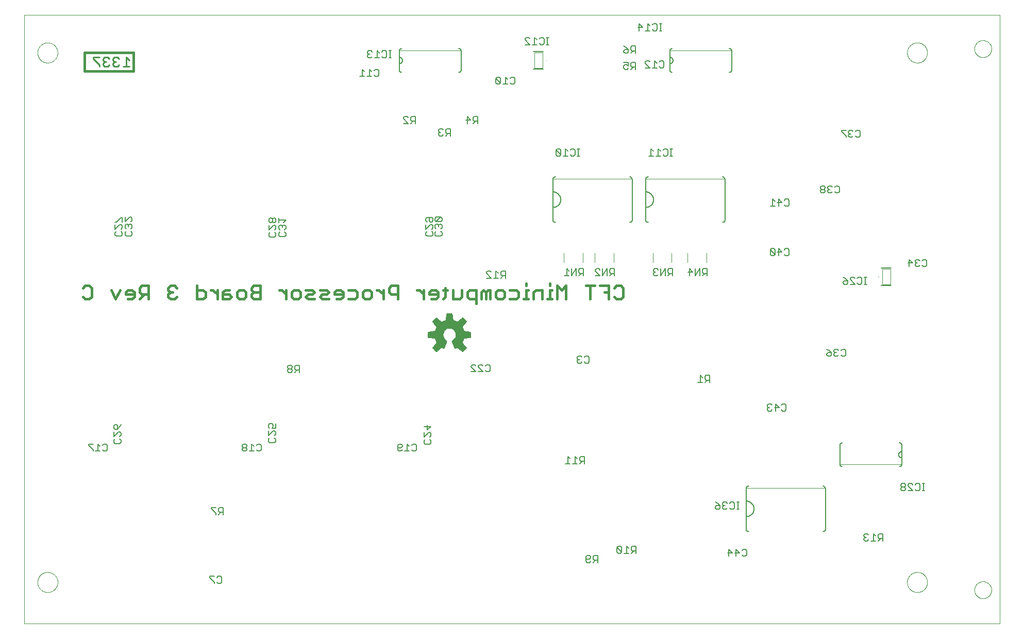
<source format=gbo>
G75*
%MOIN*%
%OFA0B0*%
%FSLAX25Y25*%
%IPPOS*%
%LPD*%
%AMOC8*
5,1,8,0,0,1.08239X$1,22.5*
%
%ADD10C,0.01600*%
%ADD11C,0.01500*%
%ADD12C,0.01100*%
%ADD13C,0.00600*%
%ADD14C,0.00200*%
%ADD15C,0.00500*%
%ADD16C,0.00000*%
%ADD17C,0.00039*%
%ADD18C,0.00295*%
%ADD19C,0.00591*%
%ADD20C,0.00400*%
D10*
X0087333Y0431600D02*
X0087333Y0443600D01*
X0118833Y0443600D01*
X0118833Y0431600D01*
X0087333Y0431600D01*
D11*
X0087538Y0292857D02*
X0090374Y0292857D01*
X0091792Y0291439D01*
X0091792Y0285768D01*
X0090374Y0284350D01*
X0087538Y0284350D01*
X0086120Y0285768D01*
X0086120Y0291439D02*
X0087538Y0292857D01*
X0104536Y0290022D02*
X0107371Y0284350D01*
X0110207Y0290022D01*
X0113744Y0288604D02*
X0113744Y0287186D01*
X0119415Y0287186D01*
X0119415Y0285768D02*
X0119415Y0288604D01*
X0117997Y0290022D01*
X0115161Y0290022D01*
X0113744Y0288604D01*
X0115161Y0284350D02*
X0117997Y0284350D01*
X0119415Y0285768D01*
X0122951Y0284350D02*
X0125787Y0287186D01*
X0124369Y0287186D02*
X0128623Y0287186D01*
X0128623Y0284350D02*
X0128623Y0292857D01*
X0124369Y0292857D01*
X0122951Y0291439D01*
X0122951Y0288604D01*
X0124369Y0287186D01*
X0141367Y0287186D02*
X0141367Y0285768D01*
X0142785Y0284350D01*
X0145621Y0284350D01*
X0147039Y0285768D01*
X0144203Y0288604D02*
X0142785Y0288604D01*
X0141367Y0287186D01*
X0142785Y0288604D02*
X0141367Y0290022D01*
X0141367Y0291439D01*
X0142785Y0292857D01*
X0145621Y0292857D01*
X0147039Y0291439D01*
X0159783Y0290022D02*
X0164037Y0290022D01*
X0165454Y0288604D01*
X0165454Y0285768D01*
X0164037Y0284350D01*
X0159783Y0284350D01*
X0159783Y0292857D01*
X0168874Y0290022D02*
X0170292Y0290022D01*
X0173128Y0287186D01*
X0173128Y0284350D02*
X0173128Y0290022D01*
X0176664Y0288604D02*
X0176664Y0284350D01*
X0180918Y0284350D01*
X0182335Y0285768D01*
X0180918Y0287186D01*
X0176664Y0287186D01*
X0176664Y0288604D02*
X0178082Y0290022D01*
X0180918Y0290022D01*
X0185872Y0288604D02*
X0185872Y0285768D01*
X0187290Y0284350D01*
X0190125Y0284350D01*
X0191543Y0285768D01*
X0191543Y0288604D01*
X0190125Y0290022D01*
X0187290Y0290022D01*
X0185872Y0288604D01*
X0195080Y0290022D02*
X0196498Y0288604D01*
X0200751Y0288604D01*
X0200751Y0292857D02*
X0196498Y0292857D01*
X0195080Y0291439D01*
X0195080Y0290022D01*
X0196498Y0288604D02*
X0195080Y0287186D01*
X0195080Y0285768D01*
X0196498Y0284350D01*
X0200751Y0284350D01*
X0200751Y0292857D01*
X0213379Y0290022D02*
X0214797Y0290022D01*
X0217632Y0287186D01*
X0217632Y0284350D02*
X0217632Y0290022D01*
X0221169Y0288604D02*
X0221169Y0285768D01*
X0222587Y0284350D01*
X0225422Y0284350D01*
X0226840Y0285768D01*
X0226840Y0288604D01*
X0225422Y0290022D01*
X0222587Y0290022D01*
X0221169Y0288604D01*
X0230377Y0290022D02*
X0234630Y0290022D01*
X0236048Y0288604D01*
X0234630Y0287186D01*
X0231794Y0287186D01*
X0230377Y0285768D01*
X0231794Y0284350D01*
X0236048Y0284350D01*
X0239584Y0285768D02*
X0241002Y0287186D01*
X0243838Y0287186D01*
X0245256Y0288604D01*
X0243838Y0290022D01*
X0239584Y0290022D01*
X0239584Y0285768D02*
X0241002Y0284350D01*
X0245256Y0284350D01*
X0248792Y0287186D02*
X0248792Y0288604D01*
X0250210Y0290022D01*
X0253046Y0290022D01*
X0254464Y0288604D01*
X0254464Y0285768D01*
X0253046Y0284350D01*
X0250210Y0284350D01*
X0248792Y0287186D02*
X0254464Y0287186D01*
X0258000Y0290022D02*
X0262254Y0290022D01*
X0263672Y0288604D01*
X0263672Y0285768D01*
X0262254Y0284350D01*
X0258000Y0284350D01*
X0267208Y0285768D02*
X0267208Y0288604D01*
X0268626Y0290022D01*
X0271462Y0290022D01*
X0272879Y0288604D01*
X0272879Y0285768D01*
X0271462Y0284350D01*
X0268626Y0284350D01*
X0267208Y0285768D01*
X0276299Y0290022D02*
X0277717Y0290022D01*
X0280553Y0287186D01*
X0280553Y0284350D02*
X0280553Y0290022D01*
X0284089Y0291439D02*
X0285507Y0292857D01*
X0289761Y0292857D01*
X0289761Y0284350D01*
X0289761Y0287186D02*
X0285507Y0287186D01*
X0284089Y0288604D01*
X0284089Y0291439D01*
X0302388Y0290022D02*
X0303806Y0290022D01*
X0306642Y0287186D01*
X0306642Y0284350D02*
X0306642Y0290022D01*
X0310178Y0288604D02*
X0310178Y0287186D01*
X0315849Y0287186D01*
X0315849Y0285768D02*
X0315849Y0288604D01*
X0314432Y0290022D01*
X0311596Y0290022D01*
X0310178Y0288604D01*
X0311596Y0284350D02*
X0314432Y0284350D01*
X0315849Y0285768D01*
X0319152Y0284350D02*
X0320570Y0285768D01*
X0320570Y0291439D01*
X0321988Y0290022D02*
X0319152Y0290022D01*
X0325524Y0290022D02*
X0325524Y0284350D01*
X0329778Y0284350D01*
X0331196Y0285768D01*
X0331196Y0290022D01*
X0334732Y0288604D02*
X0334732Y0285768D01*
X0336150Y0284350D01*
X0340404Y0284350D01*
X0340404Y0281514D02*
X0340404Y0290022D01*
X0336150Y0290022D01*
X0334732Y0288604D01*
X0343940Y0288604D02*
X0343940Y0284350D01*
X0346776Y0284350D02*
X0346776Y0288604D01*
X0345358Y0290022D01*
X0343940Y0288604D01*
X0346776Y0288604D02*
X0348194Y0290022D01*
X0349612Y0290022D01*
X0349612Y0284350D01*
X0353148Y0285768D02*
X0353148Y0288604D01*
X0354566Y0290022D01*
X0357402Y0290022D01*
X0358820Y0288604D01*
X0358820Y0285768D01*
X0357402Y0284350D01*
X0354566Y0284350D01*
X0353148Y0285768D01*
X0362356Y0284350D02*
X0366609Y0284350D01*
X0368027Y0285768D01*
X0368027Y0288604D01*
X0366609Y0290022D01*
X0362356Y0290022D01*
X0372748Y0290022D02*
X0372748Y0284350D01*
X0374166Y0284350D02*
X0371330Y0284350D01*
X0372748Y0290022D02*
X0374166Y0290022D01*
X0372748Y0292857D02*
X0372748Y0294275D01*
X0377702Y0288604D02*
X0377702Y0284350D01*
X0377702Y0288604D02*
X0379120Y0290022D01*
X0383374Y0290022D01*
X0383374Y0284350D01*
X0386677Y0284350D02*
X0389512Y0284350D01*
X0388094Y0284350D02*
X0388094Y0290022D01*
X0389512Y0290022D01*
X0388094Y0292857D02*
X0388094Y0294275D01*
X0393049Y0292857D02*
X0395884Y0290022D01*
X0398720Y0292857D01*
X0398720Y0284350D01*
X0393049Y0284350D02*
X0393049Y0292857D01*
X0411464Y0292857D02*
X0417136Y0292857D01*
X0414300Y0292857D02*
X0414300Y0284350D01*
X0423508Y0288604D02*
X0426344Y0288604D01*
X0426344Y0292857D02*
X0420672Y0292857D01*
X0426344Y0292857D02*
X0426344Y0284350D01*
X0429880Y0285768D02*
X0431298Y0284350D01*
X0434134Y0284350D01*
X0435552Y0285768D01*
X0435552Y0291439D01*
X0434134Y0292857D01*
X0431298Y0292857D01*
X0429880Y0291439D01*
D12*
X0116065Y0434650D02*
X0112129Y0434650D01*
X0114097Y0434650D02*
X0114097Y0440555D01*
X0116065Y0438587D01*
X0109620Y0439571D02*
X0108636Y0440555D01*
X0106667Y0440555D01*
X0105683Y0439571D01*
X0105683Y0438587D01*
X0106667Y0437603D01*
X0105683Y0436618D01*
X0105683Y0435634D01*
X0106667Y0434650D01*
X0108636Y0434650D01*
X0109620Y0435634D01*
X0107652Y0437603D02*
X0106667Y0437603D01*
X0103174Y0439571D02*
X0102190Y0440555D01*
X0100222Y0440555D01*
X0099238Y0439571D01*
X0099238Y0438587D01*
X0100222Y0437603D01*
X0099238Y0436618D01*
X0099238Y0435634D01*
X0100222Y0434650D01*
X0102190Y0434650D01*
X0103174Y0435634D01*
X0101206Y0437603D02*
X0100222Y0437603D01*
X0096729Y0435634D02*
X0092792Y0439571D01*
X0092792Y0440555D01*
X0096729Y0440555D01*
X0096729Y0435634D02*
X0096729Y0434650D01*
D13*
X0290833Y0436600D02*
X0290833Y0432400D01*
X0290835Y0432324D01*
X0290841Y0432248D01*
X0290850Y0432173D01*
X0290864Y0432098D01*
X0290881Y0432024D01*
X0290902Y0431951D01*
X0290926Y0431879D01*
X0290955Y0431808D01*
X0290986Y0431739D01*
X0291021Y0431672D01*
X0291060Y0431607D01*
X0291102Y0431543D01*
X0291147Y0431482D01*
X0291195Y0431423D01*
X0291246Y0431367D01*
X0291300Y0431313D01*
X0291356Y0431262D01*
X0291415Y0431214D01*
X0291476Y0431169D01*
X0291540Y0431127D01*
X0291605Y0431088D01*
X0291672Y0431053D01*
X0291741Y0431022D01*
X0291812Y0430993D01*
X0291884Y0430969D01*
X0291957Y0430948D01*
X0292031Y0430931D01*
X0292106Y0430917D01*
X0292181Y0430908D01*
X0292257Y0430902D01*
X0292333Y0430900D01*
X0290833Y0436600D02*
X0290833Y0440600D01*
X0290833Y0444800D01*
X0290835Y0444876D01*
X0290841Y0444952D01*
X0290850Y0445027D01*
X0290864Y0445102D01*
X0290881Y0445176D01*
X0290902Y0445249D01*
X0290926Y0445321D01*
X0290955Y0445392D01*
X0290986Y0445461D01*
X0291021Y0445528D01*
X0291060Y0445593D01*
X0291102Y0445657D01*
X0291147Y0445718D01*
X0291195Y0445777D01*
X0291246Y0445833D01*
X0291300Y0445887D01*
X0291356Y0445938D01*
X0291415Y0445986D01*
X0291476Y0446031D01*
X0291540Y0446073D01*
X0291605Y0446112D01*
X0291672Y0446147D01*
X0291741Y0446178D01*
X0291812Y0446207D01*
X0291884Y0446231D01*
X0291957Y0446252D01*
X0292031Y0446269D01*
X0292106Y0446283D01*
X0292181Y0446292D01*
X0292257Y0446298D01*
X0292333Y0446300D01*
X0290833Y0440600D02*
X0290921Y0440598D01*
X0291010Y0440592D01*
X0291098Y0440582D01*
X0291185Y0440569D01*
X0291272Y0440551D01*
X0291358Y0440530D01*
X0291443Y0440505D01*
X0291526Y0440476D01*
X0291609Y0440443D01*
X0291689Y0440407D01*
X0291768Y0440368D01*
X0291846Y0440325D01*
X0291921Y0440278D01*
X0291994Y0440228D01*
X0292065Y0440175D01*
X0292134Y0440119D01*
X0292200Y0440060D01*
X0292263Y0439998D01*
X0292323Y0439934D01*
X0292381Y0439867D01*
X0292435Y0439797D01*
X0292487Y0439725D01*
X0292535Y0439651D01*
X0292580Y0439574D01*
X0292621Y0439496D01*
X0292659Y0439416D01*
X0292693Y0439335D01*
X0292724Y0439252D01*
X0292751Y0439167D01*
X0292774Y0439082D01*
X0292793Y0438996D01*
X0292809Y0438908D01*
X0292821Y0438821D01*
X0292829Y0438733D01*
X0292833Y0438644D01*
X0292833Y0438556D01*
X0292829Y0438467D01*
X0292821Y0438379D01*
X0292809Y0438292D01*
X0292793Y0438204D01*
X0292774Y0438118D01*
X0292751Y0438033D01*
X0292724Y0437948D01*
X0292693Y0437865D01*
X0292659Y0437784D01*
X0292621Y0437704D01*
X0292580Y0437626D01*
X0292535Y0437549D01*
X0292487Y0437475D01*
X0292435Y0437403D01*
X0292381Y0437333D01*
X0292323Y0437266D01*
X0292263Y0437202D01*
X0292200Y0437140D01*
X0292134Y0437081D01*
X0292065Y0437025D01*
X0291994Y0436972D01*
X0291921Y0436922D01*
X0291846Y0436875D01*
X0291768Y0436832D01*
X0291689Y0436793D01*
X0291609Y0436757D01*
X0291526Y0436724D01*
X0291443Y0436695D01*
X0291358Y0436670D01*
X0291272Y0436649D01*
X0291185Y0436631D01*
X0291098Y0436618D01*
X0291010Y0436608D01*
X0290921Y0436602D01*
X0290833Y0436600D01*
X0329333Y0430900D02*
X0329409Y0430902D01*
X0329485Y0430908D01*
X0329560Y0430917D01*
X0329635Y0430931D01*
X0329709Y0430948D01*
X0329782Y0430969D01*
X0329854Y0430993D01*
X0329925Y0431022D01*
X0329994Y0431053D01*
X0330061Y0431088D01*
X0330126Y0431127D01*
X0330190Y0431169D01*
X0330251Y0431214D01*
X0330310Y0431262D01*
X0330366Y0431313D01*
X0330420Y0431367D01*
X0330471Y0431423D01*
X0330519Y0431482D01*
X0330564Y0431543D01*
X0330606Y0431607D01*
X0330645Y0431672D01*
X0330680Y0431739D01*
X0330711Y0431808D01*
X0330740Y0431879D01*
X0330764Y0431951D01*
X0330785Y0432024D01*
X0330802Y0432098D01*
X0330816Y0432173D01*
X0330825Y0432248D01*
X0330831Y0432324D01*
X0330833Y0432400D01*
X0330833Y0444800D01*
X0330831Y0444876D01*
X0330825Y0444952D01*
X0330816Y0445027D01*
X0330802Y0445102D01*
X0330785Y0445176D01*
X0330764Y0445249D01*
X0330740Y0445321D01*
X0330711Y0445392D01*
X0330680Y0445461D01*
X0330645Y0445528D01*
X0330606Y0445593D01*
X0330564Y0445657D01*
X0330519Y0445718D01*
X0330471Y0445777D01*
X0330420Y0445833D01*
X0330366Y0445887D01*
X0330310Y0445938D01*
X0330251Y0445986D01*
X0330190Y0446031D01*
X0330126Y0446073D01*
X0330061Y0446112D01*
X0329994Y0446147D01*
X0329925Y0446178D01*
X0329854Y0446207D01*
X0329782Y0446231D01*
X0329709Y0446252D01*
X0329635Y0446269D01*
X0329560Y0446283D01*
X0329485Y0446292D01*
X0329409Y0446298D01*
X0329333Y0446300D01*
X0390233Y0361800D02*
X0390233Y0353600D01*
X0390233Y0343600D01*
X0390233Y0335400D01*
X0390235Y0335324D01*
X0390241Y0335248D01*
X0390250Y0335173D01*
X0390264Y0335098D01*
X0390281Y0335024D01*
X0390302Y0334951D01*
X0390326Y0334879D01*
X0390355Y0334808D01*
X0390386Y0334739D01*
X0390421Y0334672D01*
X0390460Y0334607D01*
X0390502Y0334543D01*
X0390547Y0334482D01*
X0390595Y0334423D01*
X0390646Y0334367D01*
X0390700Y0334313D01*
X0390756Y0334262D01*
X0390815Y0334214D01*
X0390876Y0334169D01*
X0390940Y0334127D01*
X0391005Y0334088D01*
X0391072Y0334053D01*
X0391141Y0334022D01*
X0391212Y0333993D01*
X0391284Y0333969D01*
X0391357Y0333948D01*
X0391431Y0333931D01*
X0391506Y0333917D01*
X0391581Y0333908D01*
X0391657Y0333902D01*
X0391733Y0333900D01*
X0390233Y0343600D02*
X0390373Y0343602D01*
X0390513Y0343608D01*
X0390653Y0343618D01*
X0390793Y0343631D01*
X0390932Y0343649D01*
X0391071Y0343671D01*
X0391208Y0343696D01*
X0391346Y0343725D01*
X0391482Y0343758D01*
X0391617Y0343795D01*
X0391751Y0343836D01*
X0391884Y0343881D01*
X0392016Y0343929D01*
X0392146Y0343981D01*
X0392275Y0344036D01*
X0392402Y0344095D01*
X0392528Y0344158D01*
X0392652Y0344224D01*
X0392773Y0344293D01*
X0392893Y0344366D01*
X0393011Y0344443D01*
X0393126Y0344522D01*
X0393240Y0344605D01*
X0393350Y0344691D01*
X0393459Y0344780D01*
X0393565Y0344872D01*
X0393668Y0344967D01*
X0393769Y0345064D01*
X0393866Y0345165D01*
X0393961Y0345268D01*
X0394053Y0345374D01*
X0394142Y0345483D01*
X0394228Y0345593D01*
X0394311Y0345707D01*
X0394390Y0345822D01*
X0394467Y0345940D01*
X0394540Y0346060D01*
X0394609Y0346181D01*
X0394675Y0346305D01*
X0394738Y0346431D01*
X0394797Y0346558D01*
X0394852Y0346687D01*
X0394904Y0346817D01*
X0394952Y0346949D01*
X0394997Y0347082D01*
X0395038Y0347216D01*
X0395075Y0347351D01*
X0395108Y0347487D01*
X0395137Y0347625D01*
X0395162Y0347762D01*
X0395184Y0347901D01*
X0395202Y0348040D01*
X0395215Y0348180D01*
X0395225Y0348320D01*
X0395231Y0348460D01*
X0395233Y0348600D01*
X0395231Y0348740D01*
X0395225Y0348880D01*
X0395215Y0349020D01*
X0395202Y0349160D01*
X0395184Y0349299D01*
X0395162Y0349438D01*
X0395137Y0349575D01*
X0395108Y0349713D01*
X0395075Y0349849D01*
X0395038Y0349984D01*
X0394997Y0350118D01*
X0394952Y0350251D01*
X0394904Y0350383D01*
X0394852Y0350513D01*
X0394797Y0350642D01*
X0394738Y0350769D01*
X0394675Y0350895D01*
X0394609Y0351019D01*
X0394540Y0351140D01*
X0394467Y0351260D01*
X0394390Y0351378D01*
X0394311Y0351493D01*
X0394228Y0351607D01*
X0394142Y0351717D01*
X0394053Y0351826D01*
X0393961Y0351932D01*
X0393866Y0352035D01*
X0393769Y0352136D01*
X0393668Y0352233D01*
X0393565Y0352328D01*
X0393459Y0352420D01*
X0393350Y0352509D01*
X0393240Y0352595D01*
X0393126Y0352678D01*
X0393011Y0352757D01*
X0392893Y0352834D01*
X0392773Y0352907D01*
X0392652Y0352976D01*
X0392528Y0353042D01*
X0392402Y0353105D01*
X0392275Y0353164D01*
X0392146Y0353219D01*
X0392016Y0353271D01*
X0391884Y0353319D01*
X0391751Y0353364D01*
X0391617Y0353405D01*
X0391482Y0353442D01*
X0391346Y0353475D01*
X0391208Y0353504D01*
X0391071Y0353529D01*
X0390932Y0353551D01*
X0390793Y0353569D01*
X0390653Y0353582D01*
X0390513Y0353592D01*
X0390373Y0353598D01*
X0390233Y0353600D01*
X0390233Y0361800D02*
X0390235Y0361876D01*
X0390241Y0361952D01*
X0390250Y0362027D01*
X0390264Y0362102D01*
X0390281Y0362176D01*
X0390302Y0362249D01*
X0390326Y0362321D01*
X0390355Y0362392D01*
X0390386Y0362461D01*
X0390421Y0362528D01*
X0390460Y0362593D01*
X0390502Y0362657D01*
X0390547Y0362718D01*
X0390595Y0362777D01*
X0390646Y0362833D01*
X0390700Y0362887D01*
X0390756Y0362938D01*
X0390815Y0362986D01*
X0390876Y0363031D01*
X0390940Y0363073D01*
X0391005Y0363112D01*
X0391072Y0363147D01*
X0391141Y0363178D01*
X0391212Y0363207D01*
X0391284Y0363231D01*
X0391357Y0363252D01*
X0391431Y0363269D01*
X0391506Y0363283D01*
X0391581Y0363292D01*
X0391657Y0363298D01*
X0391733Y0363300D01*
X0439933Y0363300D02*
X0440009Y0363298D01*
X0440085Y0363292D01*
X0440160Y0363283D01*
X0440235Y0363269D01*
X0440309Y0363252D01*
X0440382Y0363231D01*
X0440454Y0363207D01*
X0440525Y0363178D01*
X0440594Y0363147D01*
X0440661Y0363112D01*
X0440726Y0363073D01*
X0440790Y0363031D01*
X0440851Y0362986D01*
X0440910Y0362938D01*
X0440966Y0362887D01*
X0441020Y0362833D01*
X0441071Y0362777D01*
X0441119Y0362718D01*
X0441164Y0362657D01*
X0441206Y0362593D01*
X0441245Y0362528D01*
X0441280Y0362461D01*
X0441311Y0362392D01*
X0441340Y0362321D01*
X0441364Y0362249D01*
X0441385Y0362176D01*
X0441402Y0362102D01*
X0441416Y0362027D01*
X0441425Y0361952D01*
X0441431Y0361876D01*
X0441433Y0361800D01*
X0441433Y0335400D01*
X0441431Y0335324D01*
X0441425Y0335248D01*
X0441416Y0335173D01*
X0441402Y0335098D01*
X0441385Y0335024D01*
X0441364Y0334951D01*
X0441340Y0334879D01*
X0441311Y0334808D01*
X0441280Y0334739D01*
X0441245Y0334672D01*
X0441206Y0334607D01*
X0441164Y0334543D01*
X0441119Y0334482D01*
X0441071Y0334423D01*
X0441020Y0334367D01*
X0440966Y0334313D01*
X0440910Y0334262D01*
X0440851Y0334214D01*
X0440790Y0334169D01*
X0440726Y0334127D01*
X0440661Y0334088D01*
X0440594Y0334053D01*
X0440525Y0334022D01*
X0440454Y0333993D01*
X0440382Y0333969D01*
X0440309Y0333948D01*
X0440235Y0333931D01*
X0440160Y0333917D01*
X0440085Y0333908D01*
X0440009Y0333902D01*
X0439933Y0333900D01*
X0450233Y0335400D02*
X0450233Y0343600D01*
X0450233Y0353600D01*
X0450233Y0361800D01*
X0450235Y0361876D01*
X0450241Y0361952D01*
X0450250Y0362027D01*
X0450264Y0362102D01*
X0450281Y0362176D01*
X0450302Y0362249D01*
X0450326Y0362321D01*
X0450355Y0362392D01*
X0450386Y0362461D01*
X0450421Y0362528D01*
X0450460Y0362593D01*
X0450502Y0362657D01*
X0450547Y0362718D01*
X0450595Y0362777D01*
X0450646Y0362833D01*
X0450700Y0362887D01*
X0450756Y0362938D01*
X0450815Y0362986D01*
X0450876Y0363031D01*
X0450940Y0363073D01*
X0451005Y0363112D01*
X0451072Y0363147D01*
X0451141Y0363178D01*
X0451212Y0363207D01*
X0451284Y0363231D01*
X0451357Y0363252D01*
X0451431Y0363269D01*
X0451506Y0363283D01*
X0451581Y0363292D01*
X0451657Y0363298D01*
X0451733Y0363300D01*
X0450233Y0353600D02*
X0450373Y0353598D01*
X0450513Y0353592D01*
X0450653Y0353582D01*
X0450793Y0353569D01*
X0450932Y0353551D01*
X0451071Y0353529D01*
X0451208Y0353504D01*
X0451346Y0353475D01*
X0451482Y0353442D01*
X0451617Y0353405D01*
X0451751Y0353364D01*
X0451884Y0353319D01*
X0452016Y0353271D01*
X0452146Y0353219D01*
X0452275Y0353164D01*
X0452402Y0353105D01*
X0452528Y0353042D01*
X0452652Y0352976D01*
X0452773Y0352907D01*
X0452893Y0352834D01*
X0453011Y0352757D01*
X0453126Y0352678D01*
X0453240Y0352595D01*
X0453350Y0352509D01*
X0453459Y0352420D01*
X0453565Y0352328D01*
X0453668Y0352233D01*
X0453769Y0352136D01*
X0453866Y0352035D01*
X0453961Y0351932D01*
X0454053Y0351826D01*
X0454142Y0351717D01*
X0454228Y0351607D01*
X0454311Y0351493D01*
X0454390Y0351378D01*
X0454467Y0351260D01*
X0454540Y0351140D01*
X0454609Y0351019D01*
X0454675Y0350895D01*
X0454738Y0350769D01*
X0454797Y0350642D01*
X0454852Y0350513D01*
X0454904Y0350383D01*
X0454952Y0350251D01*
X0454997Y0350118D01*
X0455038Y0349984D01*
X0455075Y0349849D01*
X0455108Y0349713D01*
X0455137Y0349575D01*
X0455162Y0349438D01*
X0455184Y0349299D01*
X0455202Y0349160D01*
X0455215Y0349020D01*
X0455225Y0348880D01*
X0455231Y0348740D01*
X0455233Y0348600D01*
X0455231Y0348460D01*
X0455225Y0348320D01*
X0455215Y0348180D01*
X0455202Y0348040D01*
X0455184Y0347901D01*
X0455162Y0347762D01*
X0455137Y0347625D01*
X0455108Y0347487D01*
X0455075Y0347351D01*
X0455038Y0347216D01*
X0454997Y0347082D01*
X0454952Y0346949D01*
X0454904Y0346817D01*
X0454852Y0346687D01*
X0454797Y0346558D01*
X0454738Y0346431D01*
X0454675Y0346305D01*
X0454609Y0346181D01*
X0454540Y0346060D01*
X0454467Y0345940D01*
X0454390Y0345822D01*
X0454311Y0345707D01*
X0454228Y0345593D01*
X0454142Y0345483D01*
X0454053Y0345374D01*
X0453961Y0345268D01*
X0453866Y0345165D01*
X0453769Y0345064D01*
X0453668Y0344967D01*
X0453565Y0344872D01*
X0453459Y0344780D01*
X0453350Y0344691D01*
X0453240Y0344605D01*
X0453126Y0344522D01*
X0453011Y0344443D01*
X0452893Y0344366D01*
X0452773Y0344293D01*
X0452652Y0344224D01*
X0452528Y0344158D01*
X0452402Y0344095D01*
X0452275Y0344036D01*
X0452146Y0343981D01*
X0452016Y0343929D01*
X0451884Y0343881D01*
X0451751Y0343836D01*
X0451617Y0343795D01*
X0451482Y0343758D01*
X0451346Y0343725D01*
X0451208Y0343696D01*
X0451071Y0343671D01*
X0450932Y0343649D01*
X0450793Y0343631D01*
X0450653Y0343618D01*
X0450513Y0343608D01*
X0450373Y0343602D01*
X0450233Y0343600D01*
X0450233Y0335400D02*
X0450235Y0335324D01*
X0450241Y0335248D01*
X0450250Y0335173D01*
X0450264Y0335098D01*
X0450281Y0335024D01*
X0450302Y0334951D01*
X0450326Y0334879D01*
X0450355Y0334808D01*
X0450386Y0334739D01*
X0450421Y0334672D01*
X0450460Y0334607D01*
X0450502Y0334543D01*
X0450547Y0334482D01*
X0450595Y0334423D01*
X0450646Y0334367D01*
X0450700Y0334313D01*
X0450756Y0334262D01*
X0450815Y0334214D01*
X0450876Y0334169D01*
X0450940Y0334127D01*
X0451005Y0334088D01*
X0451072Y0334053D01*
X0451141Y0334022D01*
X0451212Y0333993D01*
X0451284Y0333969D01*
X0451357Y0333948D01*
X0451431Y0333931D01*
X0451506Y0333917D01*
X0451581Y0333908D01*
X0451657Y0333902D01*
X0451733Y0333900D01*
X0499933Y0333900D02*
X0500009Y0333902D01*
X0500085Y0333908D01*
X0500160Y0333917D01*
X0500235Y0333931D01*
X0500309Y0333948D01*
X0500382Y0333969D01*
X0500454Y0333993D01*
X0500525Y0334022D01*
X0500594Y0334053D01*
X0500661Y0334088D01*
X0500726Y0334127D01*
X0500790Y0334169D01*
X0500851Y0334214D01*
X0500910Y0334262D01*
X0500966Y0334313D01*
X0501020Y0334367D01*
X0501071Y0334423D01*
X0501119Y0334482D01*
X0501164Y0334543D01*
X0501206Y0334607D01*
X0501245Y0334672D01*
X0501280Y0334739D01*
X0501311Y0334808D01*
X0501340Y0334879D01*
X0501364Y0334951D01*
X0501385Y0335024D01*
X0501402Y0335098D01*
X0501416Y0335173D01*
X0501425Y0335248D01*
X0501431Y0335324D01*
X0501433Y0335400D01*
X0501433Y0361800D01*
X0501431Y0361876D01*
X0501425Y0361952D01*
X0501416Y0362027D01*
X0501402Y0362102D01*
X0501385Y0362176D01*
X0501364Y0362249D01*
X0501340Y0362321D01*
X0501311Y0362392D01*
X0501280Y0362461D01*
X0501245Y0362528D01*
X0501206Y0362593D01*
X0501164Y0362657D01*
X0501119Y0362718D01*
X0501071Y0362777D01*
X0501020Y0362833D01*
X0500966Y0362887D01*
X0500910Y0362938D01*
X0500851Y0362986D01*
X0500790Y0363031D01*
X0500726Y0363073D01*
X0500661Y0363112D01*
X0500594Y0363147D01*
X0500525Y0363178D01*
X0500454Y0363207D01*
X0500382Y0363231D01*
X0500309Y0363252D01*
X0500235Y0363269D01*
X0500160Y0363283D01*
X0500085Y0363292D01*
X0500009Y0363298D01*
X0499933Y0363300D01*
X0504333Y0430900D02*
X0504409Y0430902D01*
X0504485Y0430908D01*
X0504560Y0430917D01*
X0504635Y0430931D01*
X0504709Y0430948D01*
X0504782Y0430969D01*
X0504854Y0430993D01*
X0504925Y0431022D01*
X0504994Y0431053D01*
X0505061Y0431088D01*
X0505126Y0431127D01*
X0505190Y0431169D01*
X0505251Y0431214D01*
X0505310Y0431262D01*
X0505366Y0431313D01*
X0505420Y0431367D01*
X0505471Y0431423D01*
X0505519Y0431482D01*
X0505564Y0431543D01*
X0505606Y0431607D01*
X0505645Y0431672D01*
X0505680Y0431739D01*
X0505711Y0431808D01*
X0505740Y0431879D01*
X0505764Y0431951D01*
X0505785Y0432024D01*
X0505802Y0432098D01*
X0505816Y0432173D01*
X0505825Y0432248D01*
X0505831Y0432324D01*
X0505833Y0432400D01*
X0505833Y0444800D01*
X0505831Y0444876D01*
X0505825Y0444952D01*
X0505816Y0445027D01*
X0505802Y0445102D01*
X0505785Y0445176D01*
X0505764Y0445249D01*
X0505740Y0445321D01*
X0505711Y0445392D01*
X0505680Y0445461D01*
X0505645Y0445528D01*
X0505606Y0445593D01*
X0505564Y0445657D01*
X0505519Y0445718D01*
X0505471Y0445777D01*
X0505420Y0445833D01*
X0505366Y0445887D01*
X0505310Y0445938D01*
X0505251Y0445986D01*
X0505190Y0446031D01*
X0505126Y0446073D01*
X0505061Y0446112D01*
X0504994Y0446147D01*
X0504925Y0446178D01*
X0504854Y0446207D01*
X0504782Y0446231D01*
X0504709Y0446252D01*
X0504635Y0446269D01*
X0504560Y0446283D01*
X0504485Y0446292D01*
X0504409Y0446298D01*
X0504333Y0446300D01*
X0467333Y0446300D02*
X0467257Y0446298D01*
X0467181Y0446292D01*
X0467106Y0446283D01*
X0467031Y0446269D01*
X0466957Y0446252D01*
X0466884Y0446231D01*
X0466812Y0446207D01*
X0466741Y0446178D01*
X0466672Y0446147D01*
X0466605Y0446112D01*
X0466540Y0446073D01*
X0466476Y0446031D01*
X0466415Y0445986D01*
X0466356Y0445938D01*
X0466300Y0445887D01*
X0466246Y0445833D01*
X0466195Y0445777D01*
X0466147Y0445718D01*
X0466102Y0445657D01*
X0466060Y0445593D01*
X0466021Y0445528D01*
X0465986Y0445461D01*
X0465955Y0445392D01*
X0465926Y0445321D01*
X0465902Y0445249D01*
X0465881Y0445176D01*
X0465864Y0445102D01*
X0465850Y0445027D01*
X0465841Y0444952D01*
X0465835Y0444876D01*
X0465833Y0444800D01*
X0465833Y0440600D01*
X0465833Y0436600D01*
X0465833Y0432400D01*
X0465835Y0432324D01*
X0465841Y0432248D01*
X0465850Y0432173D01*
X0465864Y0432098D01*
X0465881Y0432024D01*
X0465902Y0431951D01*
X0465926Y0431879D01*
X0465955Y0431808D01*
X0465986Y0431739D01*
X0466021Y0431672D01*
X0466060Y0431607D01*
X0466102Y0431543D01*
X0466147Y0431482D01*
X0466195Y0431423D01*
X0466246Y0431367D01*
X0466300Y0431313D01*
X0466356Y0431262D01*
X0466415Y0431214D01*
X0466476Y0431169D01*
X0466540Y0431127D01*
X0466605Y0431088D01*
X0466672Y0431053D01*
X0466741Y0431022D01*
X0466812Y0430993D01*
X0466884Y0430969D01*
X0466957Y0430948D01*
X0467031Y0430931D01*
X0467106Y0430917D01*
X0467181Y0430908D01*
X0467257Y0430902D01*
X0467333Y0430900D01*
X0465833Y0436600D02*
X0465921Y0436602D01*
X0466010Y0436608D01*
X0466098Y0436618D01*
X0466185Y0436631D01*
X0466272Y0436649D01*
X0466358Y0436670D01*
X0466443Y0436695D01*
X0466526Y0436724D01*
X0466609Y0436757D01*
X0466689Y0436793D01*
X0466768Y0436832D01*
X0466846Y0436875D01*
X0466921Y0436922D01*
X0466994Y0436972D01*
X0467065Y0437025D01*
X0467134Y0437081D01*
X0467200Y0437140D01*
X0467263Y0437202D01*
X0467323Y0437266D01*
X0467381Y0437333D01*
X0467435Y0437403D01*
X0467487Y0437475D01*
X0467535Y0437549D01*
X0467580Y0437626D01*
X0467621Y0437704D01*
X0467659Y0437784D01*
X0467693Y0437865D01*
X0467724Y0437948D01*
X0467751Y0438033D01*
X0467774Y0438118D01*
X0467793Y0438204D01*
X0467809Y0438292D01*
X0467821Y0438379D01*
X0467829Y0438467D01*
X0467833Y0438556D01*
X0467833Y0438644D01*
X0467829Y0438733D01*
X0467821Y0438821D01*
X0467809Y0438908D01*
X0467793Y0438996D01*
X0467774Y0439082D01*
X0467751Y0439167D01*
X0467724Y0439252D01*
X0467693Y0439335D01*
X0467659Y0439416D01*
X0467621Y0439496D01*
X0467580Y0439574D01*
X0467535Y0439651D01*
X0467487Y0439725D01*
X0467435Y0439797D01*
X0467381Y0439867D01*
X0467323Y0439934D01*
X0467263Y0439998D01*
X0467200Y0440060D01*
X0467134Y0440119D01*
X0467065Y0440175D01*
X0466994Y0440228D01*
X0466921Y0440278D01*
X0466846Y0440325D01*
X0466768Y0440368D01*
X0466689Y0440407D01*
X0466609Y0440443D01*
X0466526Y0440476D01*
X0466443Y0440505D01*
X0466358Y0440530D01*
X0466272Y0440551D01*
X0466185Y0440569D01*
X0466098Y0440582D01*
X0466010Y0440592D01*
X0465921Y0440598D01*
X0465833Y0440600D01*
X0575833Y0189800D02*
X0575833Y0177400D01*
X0575835Y0177324D01*
X0575841Y0177248D01*
X0575850Y0177173D01*
X0575864Y0177098D01*
X0575881Y0177024D01*
X0575902Y0176951D01*
X0575926Y0176879D01*
X0575955Y0176808D01*
X0575986Y0176739D01*
X0576021Y0176672D01*
X0576060Y0176607D01*
X0576102Y0176543D01*
X0576147Y0176482D01*
X0576195Y0176423D01*
X0576246Y0176367D01*
X0576300Y0176313D01*
X0576356Y0176262D01*
X0576415Y0176214D01*
X0576476Y0176169D01*
X0576540Y0176127D01*
X0576605Y0176088D01*
X0576672Y0176053D01*
X0576741Y0176022D01*
X0576812Y0175993D01*
X0576884Y0175969D01*
X0576957Y0175948D01*
X0577031Y0175931D01*
X0577106Y0175917D01*
X0577181Y0175908D01*
X0577257Y0175902D01*
X0577333Y0175900D01*
X0575833Y0189800D02*
X0575835Y0189876D01*
X0575841Y0189952D01*
X0575850Y0190027D01*
X0575864Y0190102D01*
X0575881Y0190176D01*
X0575902Y0190249D01*
X0575926Y0190321D01*
X0575955Y0190392D01*
X0575986Y0190461D01*
X0576021Y0190528D01*
X0576060Y0190593D01*
X0576102Y0190657D01*
X0576147Y0190718D01*
X0576195Y0190777D01*
X0576246Y0190833D01*
X0576300Y0190887D01*
X0576356Y0190938D01*
X0576415Y0190986D01*
X0576476Y0191031D01*
X0576540Y0191073D01*
X0576605Y0191112D01*
X0576672Y0191147D01*
X0576741Y0191178D01*
X0576812Y0191207D01*
X0576884Y0191231D01*
X0576957Y0191252D01*
X0577031Y0191269D01*
X0577106Y0191283D01*
X0577181Y0191292D01*
X0577257Y0191298D01*
X0577333Y0191300D01*
X0614333Y0191300D02*
X0614409Y0191298D01*
X0614485Y0191292D01*
X0614560Y0191283D01*
X0614635Y0191269D01*
X0614709Y0191252D01*
X0614782Y0191231D01*
X0614854Y0191207D01*
X0614925Y0191178D01*
X0614994Y0191147D01*
X0615061Y0191112D01*
X0615126Y0191073D01*
X0615190Y0191031D01*
X0615251Y0190986D01*
X0615310Y0190938D01*
X0615366Y0190887D01*
X0615420Y0190833D01*
X0615471Y0190777D01*
X0615519Y0190718D01*
X0615564Y0190657D01*
X0615606Y0190593D01*
X0615645Y0190528D01*
X0615680Y0190461D01*
X0615711Y0190392D01*
X0615740Y0190321D01*
X0615764Y0190249D01*
X0615785Y0190176D01*
X0615802Y0190102D01*
X0615816Y0190027D01*
X0615825Y0189952D01*
X0615831Y0189876D01*
X0615833Y0189800D01*
X0615833Y0185600D01*
X0615833Y0181600D01*
X0615833Y0177400D01*
X0615831Y0177324D01*
X0615825Y0177248D01*
X0615816Y0177173D01*
X0615802Y0177098D01*
X0615785Y0177024D01*
X0615764Y0176951D01*
X0615740Y0176879D01*
X0615711Y0176808D01*
X0615680Y0176739D01*
X0615645Y0176672D01*
X0615606Y0176607D01*
X0615564Y0176543D01*
X0615519Y0176482D01*
X0615471Y0176423D01*
X0615420Y0176367D01*
X0615366Y0176313D01*
X0615310Y0176262D01*
X0615251Y0176214D01*
X0615190Y0176169D01*
X0615126Y0176127D01*
X0615061Y0176088D01*
X0614994Y0176053D01*
X0614925Y0176022D01*
X0614854Y0175993D01*
X0614782Y0175969D01*
X0614709Y0175948D01*
X0614635Y0175931D01*
X0614560Y0175917D01*
X0614485Y0175908D01*
X0614409Y0175902D01*
X0614333Y0175900D01*
X0615833Y0181600D02*
X0615745Y0181602D01*
X0615656Y0181608D01*
X0615568Y0181618D01*
X0615481Y0181631D01*
X0615394Y0181649D01*
X0615308Y0181670D01*
X0615223Y0181695D01*
X0615140Y0181724D01*
X0615057Y0181757D01*
X0614977Y0181793D01*
X0614898Y0181832D01*
X0614820Y0181875D01*
X0614745Y0181922D01*
X0614672Y0181972D01*
X0614601Y0182025D01*
X0614532Y0182081D01*
X0614466Y0182140D01*
X0614403Y0182202D01*
X0614343Y0182266D01*
X0614285Y0182333D01*
X0614231Y0182403D01*
X0614179Y0182475D01*
X0614131Y0182549D01*
X0614086Y0182626D01*
X0614045Y0182704D01*
X0614007Y0182784D01*
X0613973Y0182865D01*
X0613942Y0182948D01*
X0613915Y0183033D01*
X0613892Y0183118D01*
X0613873Y0183204D01*
X0613857Y0183292D01*
X0613845Y0183379D01*
X0613837Y0183467D01*
X0613833Y0183556D01*
X0613833Y0183644D01*
X0613837Y0183733D01*
X0613845Y0183821D01*
X0613857Y0183908D01*
X0613873Y0183996D01*
X0613892Y0184082D01*
X0613915Y0184167D01*
X0613942Y0184252D01*
X0613973Y0184335D01*
X0614007Y0184416D01*
X0614045Y0184496D01*
X0614086Y0184574D01*
X0614131Y0184651D01*
X0614179Y0184725D01*
X0614231Y0184797D01*
X0614285Y0184867D01*
X0614343Y0184934D01*
X0614403Y0184998D01*
X0614466Y0185060D01*
X0614532Y0185119D01*
X0614601Y0185175D01*
X0614672Y0185228D01*
X0614745Y0185278D01*
X0614820Y0185325D01*
X0614898Y0185368D01*
X0614977Y0185407D01*
X0615057Y0185443D01*
X0615140Y0185476D01*
X0615223Y0185505D01*
X0615308Y0185530D01*
X0615394Y0185551D01*
X0615481Y0185569D01*
X0615568Y0185582D01*
X0615656Y0185592D01*
X0615745Y0185598D01*
X0615833Y0185600D01*
X0566433Y0161800D02*
X0566433Y0135400D01*
X0566431Y0135324D01*
X0566425Y0135248D01*
X0566416Y0135173D01*
X0566402Y0135098D01*
X0566385Y0135024D01*
X0566364Y0134951D01*
X0566340Y0134879D01*
X0566311Y0134808D01*
X0566280Y0134739D01*
X0566245Y0134672D01*
X0566206Y0134607D01*
X0566164Y0134543D01*
X0566119Y0134482D01*
X0566071Y0134423D01*
X0566020Y0134367D01*
X0565966Y0134313D01*
X0565910Y0134262D01*
X0565851Y0134214D01*
X0565790Y0134169D01*
X0565726Y0134127D01*
X0565661Y0134088D01*
X0565594Y0134053D01*
X0565525Y0134022D01*
X0565454Y0133993D01*
X0565382Y0133969D01*
X0565309Y0133948D01*
X0565235Y0133931D01*
X0565160Y0133917D01*
X0565085Y0133908D01*
X0565009Y0133902D01*
X0564933Y0133900D01*
X0566433Y0161800D02*
X0566431Y0161876D01*
X0566425Y0161952D01*
X0566416Y0162027D01*
X0566402Y0162102D01*
X0566385Y0162176D01*
X0566364Y0162249D01*
X0566340Y0162321D01*
X0566311Y0162392D01*
X0566280Y0162461D01*
X0566245Y0162528D01*
X0566206Y0162593D01*
X0566164Y0162657D01*
X0566119Y0162718D01*
X0566071Y0162777D01*
X0566020Y0162833D01*
X0565966Y0162887D01*
X0565910Y0162938D01*
X0565851Y0162986D01*
X0565790Y0163031D01*
X0565726Y0163073D01*
X0565661Y0163112D01*
X0565594Y0163147D01*
X0565525Y0163178D01*
X0565454Y0163207D01*
X0565382Y0163231D01*
X0565309Y0163252D01*
X0565235Y0163269D01*
X0565160Y0163283D01*
X0565085Y0163292D01*
X0565009Y0163298D01*
X0564933Y0163300D01*
X0516733Y0163300D02*
X0516657Y0163298D01*
X0516581Y0163292D01*
X0516506Y0163283D01*
X0516431Y0163269D01*
X0516357Y0163252D01*
X0516284Y0163231D01*
X0516212Y0163207D01*
X0516141Y0163178D01*
X0516072Y0163147D01*
X0516005Y0163112D01*
X0515940Y0163073D01*
X0515876Y0163031D01*
X0515815Y0162986D01*
X0515756Y0162938D01*
X0515700Y0162887D01*
X0515646Y0162833D01*
X0515595Y0162777D01*
X0515547Y0162718D01*
X0515502Y0162657D01*
X0515460Y0162593D01*
X0515421Y0162528D01*
X0515386Y0162461D01*
X0515355Y0162392D01*
X0515326Y0162321D01*
X0515302Y0162249D01*
X0515281Y0162176D01*
X0515264Y0162102D01*
X0515250Y0162027D01*
X0515241Y0161952D01*
X0515235Y0161876D01*
X0515233Y0161800D01*
X0515233Y0153600D01*
X0515233Y0143600D01*
X0515233Y0135400D01*
X0515235Y0135324D01*
X0515241Y0135248D01*
X0515250Y0135173D01*
X0515264Y0135098D01*
X0515281Y0135024D01*
X0515302Y0134951D01*
X0515326Y0134879D01*
X0515355Y0134808D01*
X0515386Y0134739D01*
X0515421Y0134672D01*
X0515460Y0134607D01*
X0515502Y0134543D01*
X0515547Y0134482D01*
X0515595Y0134423D01*
X0515646Y0134367D01*
X0515700Y0134313D01*
X0515756Y0134262D01*
X0515815Y0134214D01*
X0515876Y0134169D01*
X0515940Y0134127D01*
X0516005Y0134088D01*
X0516072Y0134053D01*
X0516141Y0134022D01*
X0516212Y0133993D01*
X0516284Y0133969D01*
X0516357Y0133948D01*
X0516431Y0133931D01*
X0516506Y0133917D01*
X0516581Y0133908D01*
X0516657Y0133902D01*
X0516733Y0133900D01*
X0515233Y0143600D02*
X0515373Y0143602D01*
X0515513Y0143608D01*
X0515653Y0143618D01*
X0515793Y0143631D01*
X0515932Y0143649D01*
X0516071Y0143671D01*
X0516208Y0143696D01*
X0516346Y0143725D01*
X0516482Y0143758D01*
X0516617Y0143795D01*
X0516751Y0143836D01*
X0516884Y0143881D01*
X0517016Y0143929D01*
X0517146Y0143981D01*
X0517275Y0144036D01*
X0517402Y0144095D01*
X0517528Y0144158D01*
X0517652Y0144224D01*
X0517773Y0144293D01*
X0517893Y0144366D01*
X0518011Y0144443D01*
X0518126Y0144522D01*
X0518240Y0144605D01*
X0518350Y0144691D01*
X0518459Y0144780D01*
X0518565Y0144872D01*
X0518668Y0144967D01*
X0518769Y0145064D01*
X0518866Y0145165D01*
X0518961Y0145268D01*
X0519053Y0145374D01*
X0519142Y0145483D01*
X0519228Y0145593D01*
X0519311Y0145707D01*
X0519390Y0145822D01*
X0519467Y0145940D01*
X0519540Y0146060D01*
X0519609Y0146181D01*
X0519675Y0146305D01*
X0519738Y0146431D01*
X0519797Y0146558D01*
X0519852Y0146687D01*
X0519904Y0146817D01*
X0519952Y0146949D01*
X0519997Y0147082D01*
X0520038Y0147216D01*
X0520075Y0147351D01*
X0520108Y0147487D01*
X0520137Y0147625D01*
X0520162Y0147762D01*
X0520184Y0147901D01*
X0520202Y0148040D01*
X0520215Y0148180D01*
X0520225Y0148320D01*
X0520231Y0148460D01*
X0520233Y0148600D01*
X0520231Y0148740D01*
X0520225Y0148880D01*
X0520215Y0149020D01*
X0520202Y0149160D01*
X0520184Y0149299D01*
X0520162Y0149438D01*
X0520137Y0149575D01*
X0520108Y0149713D01*
X0520075Y0149849D01*
X0520038Y0149984D01*
X0519997Y0150118D01*
X0519952Y0150251D01*
X0519904Y0150383D01*
X0519852Y0150513D01*
X0519797Y0150642D01*
X0519738Y0150769D01*
X0519675Y0150895D01*
X0519609Y0151019D01*
X0519540Y0151140D01*
X0519467Y0151260D01*
X0519390Y0151378D01*
X0519311Y0151493D01*
X0519228Y0151607D01*
X0519142Y0151717D01*
X0519053Y0151826D01*
X0518961Y0151932D01*
X0518866Y0152035D01*
X0518769Y0152136D01*
X0518668Y0152233D01*
X0518565Y0152328D01*
X0518459Y0152420D01*
X0518350Y0152509D01*
X0518240Y0152595D01*
X0518126Y0152678D01*
X0518011Y0152757D01*
X0517893Y0152834D01*
X0517773Y0152907D01*
X0517652Y0152976D01*
X0517528Y0153042D01*
X0517402Y0153105D01*
X0517275Y0153164D01*
X0517146Y0153219D01*
X0517016Y0153271D01*
X0516884Y0153319D01*
X0516751Y0153364D01*
X0516617Y0153405D01*
X0516482Y0153442D01*
X0516346Y0153475D01*
X0516208Y0153504D01*
X0516071Y0153529D01*
X0515932Y0153551D01*
X0515793Y0153569D01*
X0515653Y0153582D01*
X0515513Y0153592D01*
X0515373Y0153598D01*
X0515233Y0153600D01*
D14*
X0515333Y0161900D02*
X0566333Y0161900D01*
X0575833Y0177300D02*
X0615833Y0177300D01*
X0501333Y0361900D02*
X0450333Y0361900D01*
X0441333Y0361900D02*
X0390333Y0361900D01*
X0330833Y0444900D02*
X0290833Y0444900D01*
X0465833Y0444900D02*
X0505833Y0444900D01*
D15*
X0462020Y0437548D02*
X0462020Y0434546D01*
X0461270Y0433795D01*
X0459768Y0433795D01*
X0459018Y0434546D01*
X0457416Y0433795D02*
X0454414Y0433795D01*
X0455915Y0433795D02*
X0455915Y0438299D01*
X0457416Y0436797D01*
X0459018Y0437548D02*
X0459768Y0438299D01*
X0461270Y0438299D01*
X0462020Y0437548D01*
X0452812Y0437548D02*
X0452062Y0438299D01*
X0450561Y0438299D01*
X0449810Y0437548D01*
X0449810Y0436797D01*
X0452812Y0433795D01*
X0449810Y0433795D01*
X0443583Y0434351D02*
X0441331Y0434351D01*
X0440581Y0435102D01*
X0440581Y0436603D01*
X0441331Y0437354D01*
X0443583Y0437354D01*
X0443583Y0432850D01*
X0442082Y0434351D02*
X0440581Y0432850D01*
X0438979Y0433601D02*
X0438229Y0432850D01*
X0436727Y0432850D01*
X0435977Y0433601D01*
X0435977Y0435102D01*
X0436727Y0435853D01*
X0437478Y0435853D01*
X0438979Y0435102D01*
X0438979Y0437354D01*
X0435977Y0437354D01*
X0436727Y0443350D02*
X0435977Y0444101D01*
X0435977Y0444851D01*
X0436727Y0445602D01*
X0438979Y0445602D01*
X0438979Y0444101D01*
X0438229Y0443350D01*
X0436727Y0443350D01*
X0438979Y0445602D02*
X0437478Y0447103D01*
X0435977Y0447854D01*
X0440581Y0447103D02*
X0440581Y0445602D01*
X0441331Y0444851D01*
X0443583Y0444851D01*
X0442082Y0444851D02*
X0440581Y0443350D01*
X0443583Y0443350D02*
X0443583Y0447854D01*
X0441331Y0447854D01*
X0440581Y0447103D01*
X0446054Y0457850D02*
X0446054Y0462354D01*
X0448306Y0460102D01*
X0445304Y0460102D01*
X0449908Y0457850D02*
X0452910Y0457850D01*
X0451409Y0457850D02*
X0451409Y0462354D01*
X0452910Y0460853D01*
X0454511Y0461603D02*
X0455262Y0462354D01*
X0456763Y0462354D01*
X0457514Y0461603D01*
X0457514Y0458601D01*
X0456763Y0457850D01*
X0455262Y0457850D01*
X0454511Y0458601D01*
X0459082Y0457850D02*
X0460583Y0457850D01*
X0459833Y0457850D02*
X0459833Y0462354D01*
X0460583Y0462354D02*
X0459082Y0462354D01*
X0387464Y0453354D02*
X0385963Y0453354D01*
X0386714Y0453354D02*
X0386714Y0448850D01*
X0387464Y0448850D02*
X0385963Y0448850D01*
X0384395Y0449601D02*
X0383645Y0448850D01*
X0382143Y0448850D01*
X0381393Y0449601D01*
X0379791Y0448850D02*
X0376789Y0448850D01*
X0378290Y0448850D02*
X0378290Y0453354D01*
X0379791Y0451853D01*
X0381393Y0452603D02*
X0382143Y0453354D01*
X0383645Y0453354D01*
X0384395Y0452603D01*
X0384395Y0449601D01*
X0383983Y0444191D02*
X0377684Y0444191D01*
X0375187Y0448850D02*
X0372185Y0451853D01*
X0372185Y0452603D01*
X0372935Y0453354D01*
X0374437Y0453354D01*
X0375187Y0452603D01*
X0375187Y0448850D02*
X0372185Y0448850D01*
X0377684Y0433009D02*
X0383983Y0433009D01*
X0365520Y0427048D02*
X0365520Y0424046D01*
X0364770Y0423295D01*
X0363268Y0423295D01*
X0362518Y0424046D01*
X0360916Y0423295D02*
X0357914Y0423295D01*
X0359415Y0423295D02*
X0359415Y0427799D01*
X0360916Y0426297D01*
X0362518Y0427048D02*
X0363268Y0427799D01*
X0364770Y0427799D01*
X0365520Y0427048D01*
X0356312Y0427048D02*
X0355562Y0427799D01*
X0354061Y0427799D01*
X0353310Y0427048D01*
X0356312Y0424046D01*
X0355562Y0423295D01*
X0354061Y0423295D01*
X0353310Y0424046D01*
X0353310Y0427048D01*
X0356312Y0427048D02*
X0356312Y0424046D01*
X0341583Y0402354D02*
X0339331Y0402354D01*
X0338581Y0401603D01*
X0338581Y0400102D01*
X0339331Y0399351D01*
X0341583Y0399351D01*
X0340082Y0399351D02*
X0338581Y0397850D01*
X0336979Y0400102D02*
X0333977Y0400102D01*
X0334727Y0402354D02*
X0336979Y0400102D01*
X0334727Y0397850D02*
X0334727Y0402354D01*
X0341583Y0402354D02*
X0341583Y0397850D01*
X0323791Y0394354D02*
X0323791Y0389850D01*
X0323791Y0391351D02*
X0321539Y0391351D01*
X0320789Y0392102D01*
X0320789Y0393603D01*
X0321539Y0394354D01*
X0323791Y0394354D01*
X0322290Y0391351D02*
X0320789Y0389850D01*
X0319187Y0390601D02*
X0318437Y0389850D01*
X0316935Y0389850D01*
X0316185Y0390601D01*
X0316185Y0391351D01*
X0316935Y0392102D01*
X0317686Y0392102D01*
X0316935Y0392102D02*
X0316185Y0392853D01*
X0316185Y0393603D01*
X0316935Y0394354D01*
X0318437Y0394354D01*
X0319187Y0393603D01*
X0301083Y0397850D02*
X0301083Y0402354D01*
X0298831Y0402354D01*
X0298081Y0401603D01*
X0298081Y0400102D01*
X0298831Y0399351D01*
X0301083Y0399351D01*
X0299582Y0399351D02*
X0298081Y0397850D01*
X0296479Y0397850D02*
X0293477Y0400853D01*
X0293477Y0401603D01*
X0294227Y0402354D01*
X0295729Y0402354D01*
X0296479Y0401603D01*
X0296479Y0397850D02*
X0293477Y0397850D01*
X0276770Y0428295D02*
X0275268Y0428295D01*
X0274518Y0429046D01*
X0272916Y0428295D02*
X0269914Y0428295D01*
X0271415Y0428295D02*
X0271415Y0432799D01*
X0272916Y0431297D01*
X0274518Y0432048D02*
X0275268Y0432799D01*
X0276770Y0432799D01*
X0277520Y0432048D01*
X0277520Y0429046D01*
X0276770Y0428295D01*
X0268312Y0428295D02*
X0265310Y0428295D01*
X0266811Y0428295D02*
X0266811Y0432799D01*
X0268312Y0431297D01*
X0271054Y0440350D02*
X0272556Y0440350D01*
X0273306Y0441101D01*
X0274908Y0440350D02*
X0277910Y0440350D01*
X0276409Y0440350D02*
X0276409Y0444854D01*
X0277910Y0443353D01*
X0279511Y0444103D02*
X0280262Y0444854D01*
X0281763Y0444854D01*
X0282514Y0444103D01*
X0282514Y0441101D01*
X0281763Y0440350D01*
X0280262Y0440350D01*
X0279511Y0441101D01*
X0284082Y0440350D02*
X0285583Y0440350D01*
X0284833Y0440350D02*
X0284833Y0444854D01*
X0285583Y0444854D02*
X0284082Y0444854D01*
X0273306Y0444103D02*
X0272556Y0444854D01*
X0271054Y0444854D01*
X0270304Y0444103D01*
X0270304Y0443353D01*
X0271054Y0442602D01*
X0270304Y0441851D01*
X0270304Y0441101D01*
X0271054Y0440350D01*
X0271054Y0442602D02*
X0271805Y0442602D01*
X0392185Y0380603D02*
X0395187Y0377601D01*
X0394437Y0376850D01*
X0392935Y0376850D01*
X0392185Y0377601D01*
X0392185Y0380603D01*
X0392935Y0381354D01*
X0394437Y0381354D01*
X0395187Y0380603D01*
X0395187Y0377601D01*
X0396789Y0376850D02*
X0399791Y0376850D01*
X0398290Y0376850D02*
X0398290Y0381354D01*
X0399791Y0379853D01*
X0401393Y0380603D02*
X0402143Y0381354D01*
X0403645Y0381354D01*
X0404395Y0380603D01*
X0404395Y0377601D01*
X0403645Y0376850D01*
X0402143Y0376850D01*
X0401393Y0377601D01*
X0405963Y0376850D02*
X0407464Y0376850D01*
X0406714Y0376850D02*
X0406714Y0381354D01*
X0407464Y0381354D02*
X0405963Y0381354D01*
X0452185Y0376850D02*
X0455187Y0376850D01*
X0453686Y0376850D02*
X0453686Y0381354D01*
X0455187Y0379853D01*
X0456789Y0376850D02*
X0459791Y0376850D01*
X0458290Y0376850D02*
X0458290Y0381354D01*
X0459791Y0379853D01*
X0461393Y0380603D02*
X0462143Y0381354D01*
X0463645Y0381354D01*
X0464395Y0380603D01*
X0464395Y0377601D01*
X0463645Y0376850D01*
X0462143Y0376850D01*
X0461393Y0377601D01*
X0465963Y0376850D02*
X0467464Y0376850D01*
X0466714Y0376850D02*
X0466714Y0381354D01*
X0467464Y0381354D02*
X0465963Y0381354D01*
X0530748Y0344405D02*
X0533750Y0344405D01*
X0532249Y0344405D02*
X0532249Y0348909D01*
X0533750Y0347408D01*
X0535352Y0346657D02*
X0538354Y0346657D01*
X0536102Y0348909D01*
X0536102Y0344405D01*
X0539956Y0345156D02*
X0540706Y0344405D01*
X0542207Y0344405D01*
X0542958Y0345156D01*
X0542958Y0348158D01*
X0542207Y0348909D01*
X0540706Y0348909D01*
X0539956Y0348158D01*
X0563248Y0353656D02*
X0563998Y0352905D01*
X0565500Y0352905D01*
X0566250Y0353656D01*
X0566250Y0354406D01*
X0565500Y0355157D01*
X0563998Y0355157D01*
X0563248Y0354406D01*
X0563248Y0353656D01*
X0563998Y0355157D02*
X0563248Y0355908D01*
X0563248Y0356658D01*
X0563998Y0357409D01*
X0565500Y0357409D01*
X0566250Y0356658D01*
X0566250Y0355908D01*
X0565500Y0355157D01*
X0567852Y0354406D02*
X0567852Y0353656D01*
X0568602Y0352905D01*
X0570104Y0352905D01*
X0570854Y0353656D01*
X0572456Y0353656D02*
X0573206Y0352905D01*
X0574707Y0352905D01*
X0575458Y0353656D01*
X0575458Y0356658D01*
X0574707Y0357409D01*
X0573206Y0357409D01*
X0572456Y0356658D01*
X0570854Y0356658D02*
X0570104Y0357409D01*
X0568602Y0357409D01*
X0567852Y0356658D01*
X0567852Y0355908D01*
X0568602Y0355157D01*
X0567852Y0354406D01*
X0568602Y0355157D02*
X0569353Y0355157D01*
X0579750Y0388905D02*
X0579750Y0389656D01*
X0576748Y0392658D01*
X0576748Y0393409D01*
X0579750Y0393409D01*
X0581352Y0392658D02*
X0581352Y0391908D01*
X0582102Y0391157D01*
X0581352Y0390406D01*
X0581352Y0389656D01*
X0582102Y0388905D01*
X0583604Y0388905D01*
X0584354Y0389656D01*
X0585956Y0389656D02*
X0586706Y0388905D01*
X0588207Y0388905D01*
X0588958Y0389656D01*
X0588958Y0392658D01*
X0588207Y0393409D01*
X0586706Y0393409D01*
X0585956Y0392658D01*
X0584354Y0392658D02*
X0583604Y0393409D01*
X0582102Y0393409D01*
X0581352Y0392658D01*
X0582102Y0391157D02*
X0582853Y0391157D01*
X0542207Y0316909D02*
X0542958Y0316158D01*
X0542958Y0313156D01*
X0542207Y0312405D01*
X0540706Y0312405D01*
X0539956Y0313156D01*
X0538354Y0314657D02*
X0535352Y0314657D01*
X0533750Y0313156D02*
X0533750Y0316158D01*
X0533000Y0316909D01*
X0531498Y0316909D01*
X0530748Y0316158D01*
X0533750Y0313156D01*
X0533000Y0312405D01*
X0531498Y0312405D01*
X0530748Y0313156D01*
X0530748Y0316158D01*
X0536102Y0316909D02*
X0536102Y0312405D01*
X0538354Y0314657D02*
X0536102Y0316909D01*
X0539956Y0316158D02*
X0540706Y0316909D01*
X0542207Y0316909D01*
X0577804Y0298354D02*
X0579305Y0297603D01*
X0580806Y0296102D01*
X0578554Y0296102D01*
X0577804Y0295351D01*
X0577804Y0294601D01*
X0578554Y0293850D01*
X0580056Y0293850D01*
X0580806Y0294601D01*
X0580806Y0296102D01*
X0582408Y0296853D02*
X0582408Y0297603D01*
X0583158Y0298354D01*
X0584659Y0298354D01*
X0585410Y0297603D01*
X0587011Y0297603D02*
X0587762Y0298354D01*
X0589263Y0298354D01*
X0590014Y0297603D01*
X0590014Y0294601D01*
X0589263Y0293850D01*
X0587762Y0293850D01*
X0587011Y0294601D01*
X0585410Y0293850D02*
X0582408Y0296853D01*
X0582408Y0293850D02*
X0585410Y0293850D01*
X0591582Y0293850D02*
X0593083Y0293850D01*
X0592333Y0293850D02*
X0592333Y0298354D01*
X0593083Y0298354D02*
X0591582Y0298354D01*
X0602684Y0293009D02*
X0608983Y0293009D01*
X0608983Y0304191D02*
X0602684Y0304191D01*
X0619810Y0307547D02*
X0622812Y0307547D01*
X0620561Y0309799D01*
X0620561Y0305295D01*
X0624414Y0306046D02*
X0625164Y0305295D01*
X0626666Y0305295D01*
X0627416Y0306046D01*
X0629018Y0306046D02*
X0629768Y0305295D01*
X0631270Y0305295D01*
X0632020Y0306046D01*
X0632020Y0309048D01*
X0631270Y0309799D01*
X0629768Y0309799D01*
X0629018Y0309048D01*
X0627416Y0309048D02*
X0626666Y0309799D01*
X0625164Y0309799D01*
X0624414Y0309048D01*
X0624414Y0308297D01*
X0625164Y0307547D01*
X0624414Y0306796D01*
X0624414Y0306046D01*
X0625164Y0307547D02*
X0625915Y0307547D01*
X0578770Y0251799D02*
X0579520Y0251048D01*
X0579520Y0248046D01*
X0578770Y0247295D01*
X0577268Y0247295D01*
X0576518Y0248046D01*
X0574916Y0248046D02*
X0574166Y0247295D01*
X0572664Y0247295D01*
X0571914Y0248046D01*
X0571914Y0248796D01*
X0572664Y0249547D01*
X0573415Y0249547D01*
X0572664Y0249547D02*
X0571914Y0250297D01*
X0571914Y0251048D01*
X0572664Y0251799D01*
X0574166Y0251799D01*
X0574916Y0251048D01*
X0576518Y0251048D02*
X0577268Y0251799D01*
X0578770Y0251799D01*
X0570312Y0249547D02*
X0570312Y0248046D01*
X0569562Y0247295D01*
X0568061Y0247295D01*
X0567310Y0248046D01*
X0567310Y0248796D01*
X0568061Y0249547D01*
X0570312Y0249547D01*
X0568811Y0251048D01*
X0567310Y0251799D01*
X0540270Y0216299D02*
X0538768Y0216299D01*
X0538018Y0215548D01*
X0536416Y0214047D02*
X0533414Y0214047D01*
X0531812Y0215548D02*
X0531062Y0216299D01*
X0529561Y0216299D01*
X0528810Y0215548D01*
X0528810Y0214797D01*
X0529561Y0214047D01*
X0528810Y0213296D01*
X0528810Y0212546D01*
X0529561Y0211795D01*
X0531062Y0211795D01*
X0531812Y0212546D01*
X0530311Y0214047D02*
X0529561Y0214047D01*
X0534164Y0216299D02*
X0536416Y0214047D01*
X0538018Y0212546D02*
X0538768Y0211795D01*
X0540270Y0211795D01*
X0541020Y0212546D01*
X0541020Y0215548D01*
X0540270Y0216299D01*
X0534164Y0216299D02*
X0534164Y0211795D01*
X0491583Y0230350D02*
X0491583Y0234854D01*
X0489331Y0234854D01*
X0488581Y0234103D01*
X0488581Y0232602D01*
X0489331Y0231851D01*
X0491583Y0231851D01*
X0490082Y0231851D02*
X0488581Y0230350D01*
X0486979Y0230350D02*
X0483977Y0230350D01*
X0485478Y0230350D02*
X0485478Y0234854D01*
X0486979Y0233353D01*
X0413520Y0243546D02*
X0412770Y0242795D01*
X0411268Y0242795D01*
X0410518Y0243546D01*
X0408916Y0243546D02*
X0408166Y0242795D01*
X0406664Y0242795D01*
X0405914Y0243546D01*
X0405914Y0244296D01*
X0406664Y0245047D01*
X0407415Y0245047D01*
X0406664Y0245047D02*
X0405914Y0245797D01*
X0405914Y0246548D01*
X0406664Y0247299D01*
X0408166Y0247299D01*
X0408916Y0246548D01*
X0410518Y0246548D02*
X0411268Y0247299D01*
X0412770Y0247299D01*
X0413520Y0246548D01*
X0413520Y0243546D01*
X0349520Y0241048D02*
X0349520Y0238046D01*
X0348770Y0237295D01*
X0347268Y0237295D01*
X0346518Y0238046D01*
X0344916Y0237295D02*
X0341914Y0240297D01*
X0341914Y0241048D01*
X0342664Y0241799D01*
X0344166Y0241799D01*
X0344916Y0241048D01*
X0346518Y0241048D02*
X0347268Y0241799D01*
X0348770Y0241799D01*
X0349520Y0241048D01*
X0344916Y0237295D02*
X0341914Y0237295D01*
X0340312Y0237295D02*
X0337310Y0240297D01*
X0337310Y0241048D01*
X0338061Y0241799D01*
X0339562Y0241799D01*
X0340312Y0241048D01*
X0340312Y0237295D02*
X0337310Y0237295D01*
X0311256Y0201797D02*
X0309005Y0199545D01*
X0309005Y0202548D01*
X0311256Y0201797D02*
X0306753Y0201797D01*
X0306753Y0197944D02*
X0306753Y0194941D01*
X0309755Y0197944D01*
X0310506Y0197944D01*
X0311256Y0197193D01*
X0311256Y0195692D01*
X0310506Y0194941D01*
X0310506Y0193340D02*
X0311256Y0192589D01*
X0311256Y0191088D01*
X0310506Y0190337D01*
X0307503Y0190337D01*
X0306753Y0191088D01*
X0306753Y0192589D01*
X0307503Y0193340D01*
X0301958Y0189658D02*
X0301958Y0186656D01*
X0301207Y0185905D01*
X0299706Y0185905D01*
X0298956Y0186656D01*
X0297354Y0185905D02*
X0294352Y0185905D01*
X0295853Y0185905D02*
X0295853Y0190409D01*
X0297354Y0188908D01*
X0298956Y0189658D02*
X0299706Y0190409D01*
X0301207Y0190409D01*
X0301958Y0189658D01*
X0292750Y0189658D02*
X0292000Y0190409D01*
X0290498Y0190409D01*
X0289748Y0189658D01*
X0289748Y0186656D01*
X0290498Y0185905D01*
X0292000Y0185905D01*
X0292750Y0186656D01*
X0292000Y0188157D02*
X0289748Y0188157D01*
X0292000Y0188157D02*
X0292750Y0188908D01*
X0292750Y0189658D01*
X0226083Y0236850D02*
X0226083Y0241354D01*
X0223831Y0241354D01*
X0223081Y0240603D01*
X0223081Y0239102D01*
X0223831Y0238351D01*
X0226083Y0238351D01*
X0224582Y0238351D02*
X0223081Y0236850D01*
X0221479Y0237601D02*
X0221479Y0238351D01*
X0220729Y0239102D01*
X0219227Y0239102D01*
X0218477Y0238351D01*
X0218477Y0237601D01*
X0219227Y0236850D01*
X0220729Y0236850D01*
X0221479Y0237601D01*
X0220729Y0239102D02*
X0221479Y0239853D01*
X0221479Y0240603D01*
X0220729Y0241354D01*
X0219227Y0241354D01*
X0218477Y0240603D01*
X0218477Y0239853D01*
X0219227Y0239102D01*
X0210756Y0203548D02*
X0210756Y0200545D01*
X0208505Y0200545D01*
X0209255Y0202047D01*
X0209255Y0202797D01*
X0208505Y0203548D01*
X0207003Y0203548D01*
X0206253Y0202797D01*
X0206253Y0201296D01*
X0207003Y0200545D01*
X0206253Y0198944D02*
X0206253Y0195941D01*
X0209255Y0198944D01*
X0210006Y0198944D01*
X0210756Y0198193D01*
X0210756Y0196692D01*
X0210006Y0195941D01*
X0210006Y0194340D02*
X0210756Y0193589D01*
X0210756Y0192088D01*
X0210006Y0191337D01*
X0207003Y0191337D01*
X0206253Y0192088D01*
X0206253Y0193589D01*
X0207003Y0194340D01*
X0201458Y0189658D02*
X0201458Y0186656D01*
X0200707Y0185905D01*
X0199206Y0185905D01*
X0198456Y0186656D01*
X0196854Y0185905D02*
X0193852Y0185905D01*
X0195353Y0185905D02*
X0195353Y0190409D01*
X0196854Y0188908D01*
X0198456Y0189658D02*
X0199206Y0190409D01*
X0200707Y0190409D01*
X0201458Y0189658D01*
X0192250Y0189658D02*
X0192250Y0188908D01*
X0191500Y0188157D01*
X0189998Y0188157D01*
X0189248Y0187406D01*
X0189248Y0186656D01*
X0189998Y0185905D01*
X0191500Y0185905D01*
X0192250Y0186656D01*
X0192250Y0187406D01*
X0191500Y0188157D01*
X0189998Y0188157D02*
X0189248Y0188908D01*
X0189248Y0189658D01*
X0189998Y0190409D01*
X0191500Y0190409D01*
X0192250Y0189658D01*
X0176791Y0149354D02*
X0174539Y0149354D01*
X0173789Y0148603D01*
X0173789Y0147102D01*
X0174539Y0146351D01*
X0176791Y0146351D01*
X0176791Y0144850D02*
X0176791Y0149354D01*
X0175290Y0146351D02*
X0173789Y0144850D01*
X0172187Y0144850D02*
X0172187Y0145601D01*
X0169185Y0148603D01*
X0169185Y0149354D01*
X0172187Y0149354D01*
X0171250Y0104909D02*
X0168248Y0104909D01*
X0168248Y0104158D01*
X0171250Y0101156D01*
X0171250Y0100405D01*
X0172852Y0101156D02*
X0173602Y0100405D01*
X0175104Y0100405D01*
X0175854Y0101156D01*
X0175854Y0104158D01*
X0175104Y0104909D01*
X0173602Y0104909D01*
X0172852Y0104158D01*
X0101207Y0185905D02*
X0099706Y0185905D01*
X0098956Y0186656D01*
X0097354Y0185905D02*
X0094352Y0185905D01*
X0095853Y0185905D02*
X0095853Y0190409D01*
X0097354Y0188908D01*
X0098956Y0189658D02*
X0099706Y0190409D01*
X0101207Y0190409D01*
X0101958Y0189658D01*
X0101958Y0186656D01*
X0101207Y0185905D01*
X0106253Y0191588D02*
X0106253Y0193089D01*
X0107003Y0193840D01*
X0106253Y0195441D02*
X0109255Y0198444D01*
X0110006Y0198444D01*
X0110756Y0197693D01*
X0110756Y0196192D01*
X0110006Y0195441D01*
X0110006Y0193840D02*
X0110756Y0193089D01*
X0110756Y0191588D01*
X0110006Y0190837D01*
X0107003Y0190837D01*
X0106253Y0191588D01*
X0106253Y0195441D02*
X0106253Y0198444D01*
X0107003Y0200045D02*
X0106253Y0200796D01*
X0106253Y0202297D01*
X0107003Y0203048D01*
X0107754Y0203048D01*
X0108505Y0202297D01*
X0108505Y0200045D01*
X0107003Y0200045D01*
X0108505Y0200045D02*
X0110006Y0201547D01*
X0110756Y0203048D01*
X0092750Y0190409D02*
X0089748Y0190409D01*
X0089748Y0189658D01*
X0092750Y0186656D01*
X0092750Y0185905D01*
X0107779Y0324913D02*
X0107028Y0325664D01*
X0107028Y0327165D01*
X0107779Y0327916D01*
X0107028Y0329517D02*
X0110031Y0332519D01*
X0110781Y0332519D01*
X0111532Y0331769D01*
X0111532Y0330268D01*
X0110781Y0329517D01*
X0110781Y0327916D02*
X0111532Y0327165D01*
X0111532Y0325664D01*
X0110781Y0324913D01*
X0107779Y0324913D01*
X0107028Y0329517D02*
X0107028Y0332519D01*
X0107028Y0334121D02*
X0107779Y0334121D01*
X0110781Y0337123D01*
X0111532Y0337123D01*
X0111532Y0334121D01*
X0113414Y0334259D02*
X0116417Y0337261D01*
X0117167Y0337261D01*
X0117918Y0336511D01*
X0117918Y0335009D01*
X0117167Y0334259D01*
X0117167Y0332657D02*
X0116417Y0332657D01*
X0115666Y0331907D01*
X0114915Y0332657D01*
X0114165Y0332657D01*
X0113414Y0331907D01*
X0113414Y0330405D01*
X0114165Y0329655D01*
X0114165Y0328053D02*
X0113414Y0327303D01*
X0113414Y0325801D01*
X0114165Y0325051D01*
X0117167Y0325051D01*
X0117918Y0325801D01*
X0117918Y0327303D01*
X0117167Y0328053D01*
X0117167Y0329655D02*
X0117918Y0330405D01*
X0117918Y0331907D01*
X0117167Y0332657D01*
X0115666Y0331907D02*
X0115666Y0331156D01*
X0113414Y0334259D02*
X0113414Y0337261D01*
X0206528Y0335873D02*
X0206528Y0334371D01*
X0207279Y0333621D01*
X0208029Y0333621D01*
X0208780Y0334371D01*
X0208780Y0335873D01*
X0208029Y0336623D01*
X0207279Y0336623D01*
X0206528Y0335873D01*
X0208780Y0335873D02*
X0209531Y0336623D01*
X0210281Y0336623D01*
X0211032Y0335873D01*
X0211032Y0334371D01*
X0210281Y0333621D01*
X0209531Y0333621D01*
X0208780Y0334371D01*
X0209531Y0332019D02*
X0210281Y0332019D01*
X0211032Y0331269D01*
X0211032Y0329768D01*
X0210281Y0329017D01*
X0210281Y0327416D02*
X0211032Y0326665D01*
X0211032Y0325164D01*
X0210281Y0324413D01*
X0207279Y0324413D01*
X0206528Y0325164D01*
X0206528Y0326665D01*
X0207279Y0327416D01*
X0206528Y0329017D02*
X0209531Y0332019D01*
X0206528Y0332019D02*
X0206528Y0329017D01*
X0212914Y0329905D02*
X0212914Y0331407D01*
X0213665Y0332157D01*
X0214415Y0332157D01*
X0215166Y0331407D01*
X0215166Y0330656D01*
X0215166Y0331407D02*
X0215917Y0332157D01*
X0216667Y0332157D01*
X0217418Y0331407D01*
X0217418Y0329905D01*
X0216667Y0329155D01*
X0216667Y0327553D02*
X0217418Y0326803D01*
X0217418Y0325301D01*
X0216667Y0324551D01*
X0213665Y0324551D01*
X0212914Y0325301D01*
X0212914Y0326803D01*
X0213665Y0327553D01*
X0213665Y0329155D02*
X0212914Y0329905D01*
X0212914Y0333759D02*
X0212914Y0336761D01*
X0212914Y0335260D02*
X0217418Y0335260D01*
X0215917Y0333759D01*
X0308028Y0334871D02*
X0308028Y0336373D01*
X0308779Y0337123D01*
X0311781Y0337123D01*
X0312532Y0336373D01*
X0312532Y0334871D01*
X0311781Y0334121D01*
X0311031Y0334121D01*
X0310280Y0334871D01*
X0310280Y0337123D01*
X0308028Y0334871D02*
X0308779Y0334121D01*
X0308028Y0332519D02*
X0308028Y0329517D01*
X0311031Y0332519D01*
X0311781Y0332519D01*
X0312532Y0331769D01*
X0312532Y0330268D01*
X0311781Y0329517D01*
X0311781Y0327916D02*
X0312532Y0327165D01*
X0312532Y0325664D01*
X0311781Y0324913D01*
X0308779Y0324913D01*
X0308028Y0325664D01*
X0308028Y0327165D01*
X0308779Y0327916D01*
X0313914Y0327303D02*
X0314665Y0328053D01*
X0313914Y0327303D02*
X0313914Y0325801D01*
X0314665Y0325051D01*
X0317667Y0325051D01*
X0318418Y0325801D01*
X0318418Y0327303D01*
X0317667Y0328053D01*
X0317667Y0329655D02*
X0318418Y0330405D01*
X0318418Y0331907D01*
X0317667Y0332657D01*
X0316917Y0332657D01*
X0316166Y0331907D01*
X0315415Y0332657D01*
X0314665Y0332657D01*
X0313914Y0331907D01*
X0313914Y0330405D01*
X0314665Y0329655D01*
X0316166Y0331156D02*
X0316166Y0331907D01*
X0317667Y0334259D02*
X0318418Y0335009D01*
X0318418Y0336511D01*
X0317667Y0337261D01*
X0314665Y0334259D01*
X0313914Y0335009D01*
X0313914Y0336511D01*
X0314665Y0337261D01*
X0317667Y0337261D01*
X0317667Y0334259D02*
X0314665Y0334259D01*
X0347185Y0301603D02*
X0347935Y0302354D01*
X0349437Y0302354D01*
X0350187Y0301603D01*
X0347185Y0301603D02*
X0347185Y0300853D01*
X0350187Y0297850D01*
X0347185Y0297850D01*
X0351789Y0297850D02*
X0354791Y0297850D01*
X0353290Y0297850D02*
X0353290Y0302354D01*
X0354791Y0300853D01*
X0356393Y0301603D02*
X0356393Y0300102D01*
X0357143Y0299351D01*
X0359395Y0299351D01*
X0359395Y0297850D02*
X0359395Y0302354D01*
X0357143Y0302354D01*
X0356393Y0301603D01*
X0357894Y0299351D02*
X0356393Y0297850D01*
X0397685Y0299350D02*
X0400687Y0299350D01*
X0399186Y0299350D02*
X0399186Y0303854D01*
X0400687Y0302353D01*
X0402289Y0303854D02*
X0402289Y0299350D01*
X0405291Y0303854D01*
X0405291Y0299350D01*
X0406893Y0299350D02*
X0408394Y0300851D01*
X0407643Y0300851D02*
X0409895Y0300851D01*
X0409895Y0299350D02*
X0409895Y0303854D01*
X0407643Y0303854D01*
X0406893Y0303103D01*
X0406893Y0301602D01*
X0407643Y0300851D01*
X0417685Y0299350D02*
X0420687Y0299350D01*
X0417685Y0302353D01*
X0417685Y0303103D01*
X0418435Y0303854D01*
X0419937Y0303854D01*
X0420687Y0303103D01*
X0422289Y0303854D02*
X0422289Y0299350D01*
X0425291Y0303854D01*
X0425291Y0299350D01*
X0426893Y0299350D02*
X0428394Y0300851D01*
X0427643Y0300851D02*
X0429895Y0300851D01*
X0429895Y0299350D02*
X0429895Y0303854D01*
X0427643Y0303854D01*
X0426893Y0303103D01*
X0426893Y0301602D01*
X0427643Y0300851D01*
X0455185Y0300851D02*
X0455185Y0300101D01*
X0455935Y0299350D01*
X0457437Y0299350D01*
X0458187Y0300101D01*
X0459789Y0299350D02*
X0459789Y0303854D01*
X0458187Y0303103D02*
X0457437Y0303854D01*
X0455935Y0303854D01*
X0455185Y0303103D01*
X0455185Y0302353D01*
X0455935Y0301602D01*
X0455185Y0300851D01*
X0455935Y0301602D02*
X0456686Y0301602D01*
X0459789Y0299350D02*
X0462791Y0303854D01*
X0462791Y0299350D01*
X0464393Y0299350D02*
X0465894Y0300851D01*
X0465143Y0300851D02*
X0467395Y0300851D01*
X0467395Y0299350D02*
X0467395Y0303854D01*
X0465143Y0303854D01*
X0464393Y0303103D01*
X0464393Y0301602D01*
X0465143Y0300851D01*
X0477685Y0301602D02*
X0480687Y0301602D01*
X0478435Y0303854D01*
X0478435Y0299350D01*
X0482289Y0299350D02*
X0482289Y0303854D01*
X0485291Y0303854D02*
X0482289Y0299350D01*
X0485291Y0299350D02*
X0485291Y0303854D01*
X0486893Y0303103D02*
X0487643Y0303854D01*
X0489895Y0303854D01*
X0489895Y0299350D01*
X0489895Y0300851D02*
X0487643Y0300851D01*
X0486893Y0301602D01*
X0486893Y0303103D01*
X0488394Y0300851D02*
X0486893Y0299350D01*
X0410583Y0182354D02*
X0408331Y0182354D01*
X0407581Y0181603D01*
X0407581Y0180102D01*
X0408331Y0179351D01*
X0410583Y0179351D01*
X0409082Y0179351D02*
X0407581Y0177850D01*
X0405979Y0177850D02*
X0402977Y0177850D01*
X0404478Y0177850D02*
X0404478Y0182354D01*
X0405979Y0180853D01*
X0401375Y0180853D02*
X0399874Y0182354D01*
X0399874Y0177850D01*
X0401375Y0177850D02*
X0398373Y0177850D01*
X0410583Y0177850D02*
X0410583Y0182354D01*
X0432435Y0124354D02*
X0431685Y0123603D01*
X0434687Y0120601D01*
X0433937Y0119850D01*
X0432435Y0119850D01*
X0431685Y0120601D01*
X0431685Y0123603D01*
X0432435Y0124354D02*
X0433937Y0124354D01*
X0434687Y0123603D01*
X0434687Y0120601D01*
X0436289Y0119850D02*
X0439291Y0119850D01*
X0437790Y0119850D02*
X0437790Y0124354D01*
X0439291Y0122853D01*
X0440893Y0123603D02*
X0440893Y0122102D01*
X0441643Y0121351D01*
X0443895Y0121351D01*
X0443895Y0119850D02*
X0443895Y0124354D01*
X0441643Y0124354D01*
X0440893Y0123603D01*
X0442394Y0121351D02*
X0440893Y0119850D01*
X0419083Y0118354D02*
X0419083Y0113850D01*
X0419083Y0115351D02*
X0416831Y0115351D01*
X0416081Y0116102D01*
X0416081Y0117603D01*
X0416831Y0118354D01*
X0419083Y0118354D01*
X0417582Y0115351D02*
X0416081Y0113850D01*
X0414479Y0114601D02*
X0413729Y0113850D01*
X0412227Y0113850D01*
X0411477Y0114601D01*
X0411477Y0117603D01*
X0412227Y0118354D01*
X0413729Y0118354D01*
X0414479Y0117603D01*
X0414479Y0116853D01*
X0413729Y0116102D01*
X0411477Y0116102D01*
X0495304Y0149101D02*
X0495304Y0149851D01*
X0496054Y0150602D01*
X0498306Y0150602D01*
X0498306Y0149101D01*
X0497556Y0148350D01*
X0496054Y0148350D01*
X0495304Y0149101D01*
X0496805Y0152103D02*
X0495304Y0152854D01*
X0496805Y0152103D02*
X0498306Y0150602D01*
X0499908Y0151353D02*
X0500658Y0150602D01*
X0499908Y0149851D01*
X0499908Y0149101D01*
X0500658Y0148350D01*
X0502159Y0148350D01*
X0502910Y0149101D01*
X0504511Y0149101D02*
X0505262Y0148350D01*
X0506763Y0148350D01*
X0507514Y0149101D01*
X0507514Y0152103D01*
X0506763Y0152854D01*
X0505262Y0152854D01*
X0504511Y0152103D01*
X0502910Y0152103D02*
X0502159Y0152854D01*
X0500658Y0152854D01*
X0499908Y0152103D01*
X0499908Y0151353D01*
X0500658Y0150602D02*
X0501409Y0150602D01*
X0509082Y0152854D02*
X0510583Y0152854D01*
X0509833Y0152854D02*
X0509833Y0148350D01*
X0510583Y0148350D02*
X0509082Y0148350D01*
X0508602Y0122409D02*
X0510854Y0120157D01*
X0507852Y0120157D01*
X0506250Y0120157D02*
X0503248Y0120157D01*
X0503998Y0117905D02*
X0503998Y0122409D01*
X0506250Y0120157D01*
X0508602Y0117905D02*
X0508602Y0122409D01*
X0512456Y0121658D02*
X0513206Y0122409D01*
X0514707Y0122409D01*
X0515458Y0121658D01*
X0515458Y0118656D01*
X0514707Y0117905D01*
X0513206Y0117905D01*
X0512456Y0118656D01*
X0591373Y0128601D02*
X0592124Y0127850D01*
X0593625Y0127850D01*
X0594375Y0128601D01*
X0595977Y0127850D02*
X0598979Y0127850D01*
X0597478Y0127850D02*
X0597478Y0132354D01*
X0598979Y0130853D01*
X0600581Y0131603D02*
X0600581Y0130102D01*
X0601331Y0129351D01*
X0603583Y0129351D01*
X0602082Y0129351D02*
X0600581Y0127850D01*
X0603583Y0127850D02*
X0603583Y0132354D01*
X0601331Y0132354D01*
X0600581Y0131603D01*
X0594375Y0131603D02*
X0593625Y0132354D01*
X0592124Y0132354D01*
X0591373Y0131603D01*
X0591373Y0130853D01*
X0592124Y0130102D01*
X0591373Y0129351D01*
X0591373Y0128601D01*
X0592124Y0130102D02*
X0592874Y0130102D01*
X0616054Y0160350D02*
X0617556Y0160350D01*
X0618306Y0161101D01*
X0618306Y0161851D01*
X0617556Y0162602D01*
X0616054Y0162602D01*
X0615304Y0161851D01*
X0615304Y0161101D01*
X0616054Y0160350D01*
X0616054Y0162602D02*
X0615304Y0163353D01*
X0615304Y0164103D01*
X0616054Y0164854D01*
X0617556Y0164854D01*
X0618306Y0164103D01*
X0618306Y0163353D01*
X0617556Y0162602D01*
X0619908Y0163353D02*
X0622910Y0160350D01*
X0619908Y0160350D01*
X0619908Y0163353D02*
X0619908Y0164103D01*
X0620658Y0164854D01*
X0622159Y0164854D01*
X0622910Y0164103D01*
X0624511Y0164103D02*
X0625262Y0164854D01*
X0626763Y0164854D01*
X0627514Y0164103D01*
X0627514Y0161101D01*
X0626763Y0160350D01*
X0625262Y0160350D01*
X0624511Y0161101D01*
X0629082Y0160350D02*
X0630583Y0160350D01*
X0629833Y0160350D02*
X0629833Y0164854D01*
X0630583Y0164854D02*
X0629082Y0164854D01*
D16*
X0048333Y0074200D02*
X0048333Y0468000D01*
X0679333Y0468000D01*
X0679333Y0074200D01*
X0048333Y0074200D01*
X0056833Y0101100D02*
X0056835Y0101261D01*
X0056841Y0101421D01*
X0056851Y0101582D01*
X0056865Y0101742D01*
X0056883Y0101902D01*
X0056904Y0102061D01*
X0056930Y0102220D01*
X0056960Y0102378D01*
X0056993Y0102535D01*
X0057031Y0102692D01*
X0057072Y0102847D01*
X0057117Y0103001D01*
X0057166Y0103154D01*
X0057219Y0103306D01*
X0057275Y0103457D01*
X0057336Y0103606D01*
X0057399Y0103754D01*
X0057467Y0103900D01*
X0057538Y0104044D01*
X0057612Y0104186D01*
X0057690Y0104327D01*
X0057772Y0104465D01*
X0057857Y0104602D01*
X0057945Y0104736D01*
X0058037Y0104868D01*
X0058132Y0104998D01*
X0058230Y0105126D01*
X0058331Y0105251D01*
X0058435Y0105373D01*
X0058542Y0105493D01*
X0058652Y0105610D01*
X0058765Y0105725D01*
X0058881Y0105836D01*
X0059000Y0105945D01*
X0059121Y0106050D01*
X0059245Y0106153D01*
X0059371Y0106253D01*
X0059499Y0106349D01*
X0059630Y0106442D01*
X0059764Y0106532D01*
X0059899Y0106619D01*
X0060037Y0106702D01*
X0060176Y0106782D01*
X0060318Y0106858D01*
X0060461Y0106931D01*
X0060606Y0107000D01*
X0060753Y0107066D01*
X0060901Y0107128D01*
X0061051Y0107186D01*
X0061202Y0107241D01*
X0061355Y0107292D01*
X0061509Y0107339D01*
X0061664Y0107382D01*
X0061820Y0107421D01*
X0061976Y0107457D01*
X0062134Y0107488D01*
X0062292Y0107516D01*
X0062451Y0107540D01*
X0062611Y0107560D01*
X0062771Y0107576D01*
X0062931Y0107588D01*
X0063092Y0107596D01*
X0063253Y0107600D01*
X0063413Y0107600D01*
X0063574Y0107596D01*
X0063735Y0107588D01*
X0063895Y0107576D01*
X0064055Y0107560D01*
X0064215Y0107540D01*
X0064374Y0107516D01*
X0064532Y0107488D01*
X0064690Y0107457D01*
X0064846Y0107421D01*
X0065002Y0107382D01*
X0065157Y0107339D01*
X0065311Y0107292D01*
X0065464Y0107241D01*
X0065615Y0107186D01*
X0065765Y0107128D01*
X0065913Y0107066D01*
X0066060Y0107000D01*
X0066205Y0106931D01*
X0066348Y0106858D01*
X0066490Y0106782D01*
X0066629Y0106702D01*
X0066767Y0106619D01*
X0066902Y0106532D01*
X0067036Y0106442D01*
X0067167Y0106349D01*
X0067295Y0106253D01*
X0067421Y0106153D01*
X0067545Y0106050D01*
X0067666Y0105945D01*
X0067785Y0105836D01*
X0067901Y0105725D01*
X0068014Y0105610D01*
X0068124Y0105493D01*
X0068231Y0105373D01*
X0068335Y0105251D01*
X0068436Y0105126D01*
X0068534Y0104998D01*
X0068629Y0104868D01*
X0068721Y0104736D01*
X0068809Y0104602D01*
X0068894Y0104465D01*
X0068976Y0104327D01*
X0069054Y0104186D01*
X0069128Y0104044D01*
X0069199Y0103900D01*
X0069267Y0103754D01*
X0069330Y0103606D01*
X0069391Y0103457D01*
X0069447Y0103306D01*
X0069500Y0103154D01*
X0069549Y0103001D01*
X0069594Y0102847D01*
X0069635Y0102692D01*
X0069673Y0102535D01*
X0069706Y0102378D01*
X0069736Y0102220D01*
X0069762Y0102061D01*
X0069783Y0101902D01*
X0069801Y0101742D01*
X0069815Y0101582D01*
X0069825Y0101421D01*
X0069831Y0101261D01*
X0069833Y0101100D01*
X0069831Y0100939D01*
X0069825Y0100779D01*
X0069815Y0100618D01*
X0069801Y0100458D01*
X0069783Y0100298D01*
X0069762Y0100139D01*
X0069736Y0099980D01*
X0069706Y0099822D01*
X0069673Y0099665D01*
X0069635Y0099508D01*
X0069594Y0099353D01*
X0069549Y0099199D01*
X0069500Y0099046D01*
X0069447Y0098894D01*
X0069391Y0098743D01*
X0069330Y0098594D01*
X0069267Y0098446D01*
X0069199Y0098300D01*
X0069128Y0098156D01*
X0069054Y0098014D01*
X0068976Y0097873D01*
X0068894Y0097735D01*
X0068809Y0097598D01*
X0068721Y0097464D01*
X0068629Y0097332D01*
X0068534Y0097202D01*
X0068436Y0097074D01*
X0068335Y0096949D01*
X0068231Y0096827D01*
X0068124Y0096707D01*
X0068014Y0096590D01*
X0067901Y0096475D01*
X0067785Y0096364D01*
X0067666Y0096255D01*
X0067545Y0096150D01*
X0067421Y0096047D01*
X0067295Y0095947D01*
X0067167Y0095851D01*
X0067036Y0095758D01*
X0066902Y0095668D01*
X0066767Y0095581D01*
X0066629Y0095498D01*
X0066490Y0095418D01*
X0066348Y0095342D01*
X0066205Y0095269D01*
X0066060Y0095200D01*
X0065913Y0095134D01*
X0065765Y0095072D01*
X0065615Y0095014D01*
X0065464Y0094959D01*
X0065311Y0094908D01*
X0065157Y0094861D01*
X0065002Y0094818D01*
X0064846Y0094779D01*
X0064690Y0094743D01*
X0064532Y0094712D01*
X0064374Y0094684D01*
X0064215Y0094660D01*
X0064055Y0094640D01*
X0063895Y0094624D01*
X0063735Y0094612D01*
X0063574Y0094604D01*
X0063413Y0094600D01*
X0063253Y0094600D01*
X0063092Y0094604D01*
X0062931Y0094612D01*
X0062771Y0094624D01*
X0062611Y0094640D01*
X0062451Y0094660D01*
X0062292Y0094684D01*
X0062134Y0094712D01*
X0061976Y0094743D01*
X0061820Y0094779D01*
X0061664Y0094818D01*
X0061509Y0094861D01*
X0061355Y0094908D01*
X0061202Y0094959D01*
X0061051Y0095014D01*
X0060901Y0095072D01*
X0060753Y0095134D01*
X0060606Y0095200D01*
X0060461Y0095269D01*
X0060318Y0095342D01*
X0060176Y0095418D01*
X0060037Y0095498D01*
X0059899Y0095581D01*
X0059764Y0095668D01*
X0059630Y0095758D01*
X0059499Y0095851D01*
X0059371Y0095947D01*
X0059245Y0096047D01*
X0059121Y0096150D01*
X0059000Y0096255D01*
X0058881Y0096364D01*
X0058765Y0096475D01*
X0058652Y0096590D01*
X0058542Y0096707D01*
X0058435Y0096827D01*
X0058331Y0096949D01*
X0058230Y0097074D01*
X0058132Y0097202D01*
X0058037Y0097332D01*
X0057945Y0097464D01*
X0057857Y0097598D01*
X0057772Y0097735D01*
X0057690Y0097873D01*
X0057612Y0098014D01*
X0057538Y0098156D01*
X0057467Y0098300D01*
X0057399Y0098446D01*
X0057336Y0098594D01*
X0057275Y0098743D01*
X0057219Y0098894D01*
X0057166Y0099046D01*
X0057117Y0099199D01*
X0057072Y0099353D01*
X0057031Y0099508D01*
X0056993Y0099665D01*
X0056960Y0099822D01*
X0056930Y0099980D01*
X0056904Y0100139D01*
X0056883Y0100298D01*
X0056865Y0100458D01*
X0056851Y0100618D01*
X0056841Y0100779D01*
X0056835Y0100939D01*
X0056833Y0101100D01*
X0056833Y0443600D02*
X0056835Y0443761D01*
X0056841Y0443921D01*
X0056851Y0444082D01*
X0056865Y0444242D01*
X0056883Y0444402D01*
X0056904Y0444561D01*
X0056930Y0444720D01*
X0056960Y0444878D01*
X0056993Y0445035D01*
X0057031Y0445192D01*
X0057072Y0445347D01*
X0057117Y0445501D01*
X0057166Y0445654D01*
X0057219Y0445806D01*
X0057275Y0445957D01*
X0057336Y0446106D01*
X0057399Y0446254D01*
X0057467Y0446400D01*
X0057538Y0446544D01*
X0057612Y0446686D01*
X0057690Y0446827D01*
X0057772Y0446965D01*
X0057857Y0447102D01*
X0057945Y0447236D01*
X0058037Y0447368D01*
X0058132Y0447498D01*
X0058230Y0447626D01*
X0058331Y0447751D01*
X0058435Y0447873D01*
X0058542Y0447993D01*
X0058652Y0448110D01*
X0058765Y0448225D01*
X0058881Y0448336D01*
X0059000Y0448445D01*
X0059121Y0448550D01*
X0059245Y0448653D01*
X0059371Y0448753D01*
X0059499Y0448849D01*
X0059630Y0448942D01*
X0059764Y0449032D01*
X0059899Y0449119D01*
X0060037Y0449202D01*
X0060176Y0449282D01*
X0060318Y0449358D01*
X0060461Y0449431D01*
X0060606Y0449500D01*
X0060753Y0449566D01*
X0060901Y0449628D01*
X0061051Y0449686D01*
X0061202Y0449741D01*
X0061355Y0449792D01*
X0061509Y0449839D01*
X0061664Y0449882D01*
X0061820Y0449921D01*
X0061976Y0449957D01*
X0062134Y0449988D01*
X0062292Y0450016D01*
X0062451Y0450040D01*
X0062611Y0450060D01*
X0062771Y0450076D01*
X0062931Y0450088D01*
X0063092Y0450096D01*
X0063253Y0450100D01*
X0063413Y0450100D01*
X0063574Y0450096D01*
X0063735Y0450088D01*
X0063895Y0450076D01*
X0064055Y0450060D01*
X0064215Y0450040D01*
X0064374Y0450016D01*
X0064532Y0449988D01*
X0064690Y0449957D01*
X0064846Y0449921D01*
X0065002Y0449882D01*
X0065157Y0449839D01*
X0065311Y0449792D01*
X0065464Y0449741D01*
X0065615Y0449686D01*
X0065765Y0449628D01*
X0065913Y0449566D01*
X0066060Y0449500D01*
X0066205Y0449431D01*
X0066348Y0449358D01*
X0066490Y0449282D01*
X0066629Y0449202D01*
X0066767Y0449119D01*
X0066902Y0449032D01*
X0067036Y0448942D01*
X0067167Y0448849D01*
X0067295Y0448753D01*
X0067421Y0448653D01*
X0067545Y0448550D01*
X0067666Y0448445D01*
X0067785Y0448336D01*
X0067901Y0448225D01*
X0068014Y0448110D01*
X0068124Y0447993D01*
X0068231Y0447873D01*
X0068335Y0447751D01*
X0068436Y0447626D01*
X0068534Y0447498D01*
X0068629Y0447368D01*
X0068721Y0447236D01*
X0068809Y0447102D01*
X0068894Y0446965D01*
X0068976Y0446827D01*
X0069054Y0446686D01*
X0069128Y0446544D01*
X0069199Y0446400D01*
X0069267Y0446254D01*
X0069330Y0446106D01*
X0069391Y0445957D01*
X0069447Y0445806D01*
X0069500Y0445654D01*
X0069549Y0445501D01*
X0069594Y0445347D01*
X0069635Y0445192D01*
X0069673Y0445035D01*
X0069706Y0444878D01*
X0069736Y0444720D01*
X0069762Y0444561D01*
X0069783Y0444402D01*
X0069801Y0444242D01*
X0069815Y0444082D01*
X0069825Y0443921D01*
X0069831Y0443761D01*
X0069833Y0443600D01*
X0069831Y0443439D01*
X0069825Y0443279D01*
X0069815Y0443118D01*
X0069801Y0442958D01*
X0069783Y0442798D01*
X0069762Y0442639D01*
X0069736Y0442480D01*
X0069706Y0442322D01*
X0069673Y0442165D01*
X0069635Y0442008D01*
X0069594Y0441853D01*
X0069549Y0441699D01*
X0069500Y0441546D01*
X0069447Y0441394D01*
X0069391Y0441243D01*
X0069330Y0441094D01*
X0069267Y0440946D01*
X0069199Y0440800D01*
X0069128Y0440656D01*
X0069054Y0440514D01*
X0068976Y0440373D01*
X0068894Y0440235D01*
X0068809Y0440098D01*
X0068721Y0439964D01*
X0068629Y0439832D01*
X0068534Y0439702D01*
X0068436Y0439574D01*
X0068335Y0439449D01*
X0068231Y0439327D01*
X0068124Y0439207D01*
X0068014Y0439090D01*
X0067901Y0438975D01*
X0067785Y0438864D01*
X0067666Y0438755D01*
X0067545Y0438650D01*
X0067421Y0438547D01*
X0067295Y0438447D01*
X0067167Y0438351D01*
X0067036Y0438258D01*
X0066902Y0438168D01*
X0066767Y0438081D01*
X0066629Y0437998D01*
X0066490Y0437918D01*
X0066348Y0437842D01*
X0066205Y0437769D01*
X0066060Y0437700D01*
X0065913Y0437634D01*
X0065765Y0437572D01*
X0065615Y0437514D01*
X0065464Y0437459D01*
X0065311Y0437408D01*
X0065157Y0437361D01*
X0065002Y0437318D01*
X0064846Y0437279D01*
X0064690Y0437243D01*
X0064532Y0437212D01*
X0064374Y0437184D01*
X0064215Y0437160D01*
X0064055Y0437140D01*
X0063895Y0437124D01*
X0063735Y0437112D01*
X0063574Y0437104D01*
X0063413Y0437100D01*
X0063253Y0437100D01*
X0063092Y0437104D01*
X0062931Y0437112D01*
X0062771Y0437124D01*
X0062611Y0437140D01*
X0062451Y0437160D01*
X0062292Y0437184D01*
X0062134Y0437212D01*
X0061976Y0437243D01*
X0061820Y0437279D01*
X0061664Y0437318D01*
X0061509Y0437361D01*
X0061355Y0437408D01*
X0061202Y0437459D01*
X0061051Y0437514D01*
X0060901Y0437572D01*
X0060753Y0437634D01*
X0060606Y0437700D01*
X0060461Y0437769D01*
X0060318Y0437842D01*
X0060176Y0437918D01*
X0060037Y0437998D01*
X0059899Y0438081D01*
X0059764Y0438168D01*
X0059630Y0438258D01*
X0059499Y0438351D01*
X0059371Y0438447D01*
X0059245Y0438547D01*
X0059121Y0438650D01*
X0059000Y0438755D01*
X0058881Y0438864D01*
X0058765Y0438975D01*
X0058652Y0439090D01*
X0058542Y0439207D01*
X0058435Y0439327D01*
X0058331Y0439449D01*
X0058230Y0439574D01*
X0058132Y0439702D01*
X0058037Y0439832D01*
X0057945Y0439964D01*
X0057857Y0440098D01*
X0057772Y0440235D01*
X0057690Y0440373D01*
X0057612Y0440514D01*
X0057538Y0440656D01*
X0057467Y0440800D01*
X0057399Y0440946D01*
X0057336Y0441094D01*
X0057275Y0441243D01*
X0057219Y0441394D01*
X0057166Y0441546D01*
X0057117Y0441699D01*
X0057072Y0441853D01*
X0057031Y0442008D01*
X0056993Y0442165D01*
X0056960Y0442322D01*
X0056930Y0442480D01*
X0056904Y0442639D01*
X0056883Y0442798D01*
X0056865Y0442958D01*
X0056851Y0443118D01*
X0056841Y0443279D01*
X0056835Y0443439D01*
X0056833Y0443600D01*
X0619333Y0443600D02*
X0619335Y0443761D01*
X0619341Y0443921D01*
X0619351Y0444082D01*
X0619365Y0444242D01*
X0619383Y0444402D01*
X0619404Y0444561D01*
X0619430Y0444720D01*
X0619460Y0444878D01*
X0619493Y0445035D01*
X0619531Y0445192D01*
X0619572Y0445347D01*
X0619617Y0445501D01*
X0619666Y0445654D01*
X0619719Y0445806D01*
X0619775Y0445957D01*
X0619836Y0446106D01*
X0619899Y0446254D01*
X0619967Y0446400D01*
X0620038Y0446544D01*
X0620112Y0446686D01*
X0620190Y0446827D01*
X0620272Y0446965D01*
X0620357Y0447102D01*
X0620445Y0447236D01*
X0620537Y0447368D01*
X0620632Y0447498D01*
X0620730Y0447626D01*
X0620831Y0447751D01*
X0620935Y0447873D01*
X0621042Y0447993D01*
X0621152Y0448110D01*
X0621265Y0448225D01*
X0621381Y0448336D01*
X0621500Y0448445D01*
X0621621Y0448550D01*
X0621745Y0448653D01*
X0621871Y0448753D01*
X0621999Y0448849D01*
X0622130Y0448942D01*
X0622264Y0449032D01*
X0622399Y0449119D01*
X0622537Y0449202D01*
X0622676Y0449282D01*
X0622818Y0449358D01*
X0622961Y0449431D01*
X0623106Y0449500D01*
X0623253Y0449566D01*
X0623401Y0449628D01*
X0623551Y0449686D01*
X0623702Y0449741D01*
X0623855Y0449792D01*
X0624009Y0449839D01*
X0624164Y0449882D01*
X0624320Y0449921D01*
X0624476Y0449957D01*
X0624634Y0449988D01*
X0624792Y0450016D01*
X0624951Y0450040D01*
X0625111Y0450060D01*
X0625271Y0450076D01*
X0625431Y0450088D01*
X0625592Y0450096D01*
X0625753Y0450100D01*
X0625913Y0450100D01*
X0626074Y0450096D01*
X0626235Y0450088D01*
X0626395Y0450076D01*
X0626555Y0450060D01*
X0626715Y0450040D01*
X0626874Y0450016D01*
X0627032Y0449988D01*
X0627190Y0449957D01*
X0627346Y0449921D01*
X0627502Y0449882D01*
X0627657Y0449839D01*
X0627811Y0449792D01*
X0627964Y0449741D01*
X0628115Y0449686D01*
X0628265Y0449628D01*
X0628413Y0449566D01*
X0628560Y0449500D01*
X0628705Y0449431D01*
X0628848Y0449358D01*
X0628990Y0449282D01*
X0629129Y0449202D01*
X0629267Y0449119D01*
X0629402Y0449032D01*
X0629536Y0448942D01*
X0629667Y0448849D01*
X0629795Y0448753D01*
X0629921Y0448653D01*
X0630045Y0448550D01*
X0630166Y0448445D01*
X0630285Y0448336D01*
X0630401Y0448225D01*
X0630514Y0448110D01*
X0630624Y0447993D01*
X0630731Y0447873D01*
X0630835Y0447751D01*
X0630936Y0447626D01*
X0631034Y0447498D01*
X0631129Y0447368D01*
X0631221Y0447236D01*
X0631309Y0447102D01*
X0631394Y0446965D01*
X0631476Y0446827D01*
X0631554Y0446686D01*
X0631628Y0446544D01*
X0631699Y0446400D01*
X0631767Y0446254D01*
X0631830Y0446106D01*
X0631891Y0445957D01*
X0631947Y0445806D01*
X0632000Y0445654D01*
X0632049Y0445501D01*
X0632094Y0445347D01*
X0632135Y0445192D01*
X0632173Y0445035D01*
X0632206Y0444878D01*
X0632236Y0444720D01*
X0632262Y0444561D01*
X0632283Y0444402D01*
X0632301Y0444242D01*
X0632315Y0444082D01*
X0632325Y0443921D01*
X0632331Y0443761D01*
X0632333Y0443600D01*
X0632331Y0443439D01*
X0632325Y0443279D01*
X0632315Y0443118D01*
X0632301Y0442958D01*
X0632283Y0442798D01*
X0632262Y0442639D01*
X0632236Y0442480D01*
X0632206Y0442322D01*
X0632173Y0442165D01*
X0632135Y0442008D01*
X0632094Y0441853D01*
X0632049Y0441699D01*
X0632000Y0441546D01*
X0631947Y0441394D01*
X0631891Y0441243D01*
X0631830Y0441094D01*
X0631767Y0440946D01*
X0631699Y0440800D01*
X0631628Y0440656D01*
X0631554Y0440514D01*
X0631476Y0440373D01*
X0631394Y0440235D01*
X0631309Y0440098D01*
X0631221Y0439964D01*
X0631129Y0439832D01*
X0631034Y0439702D01*
X0630936Y0439574D01*
X0630835Y0439449D01*
X0630731Y0439327D01*
X0630624Y0439207D01*
X0630514Y0439090D01*
X0630401Y0438975D01*
X0630285Y0438864D01*
X0630166Y0438755D01*
X0630045Y0438650D01*
X0629921Y0438547D01*
X0629795Y0438447D01*
X0629667Y0438351D01*
X0629536Y0438258D01*
X0629402Y0438168D01*
X0629267Y0438081D01*
X0629129Y0437998D01*
X0628990Y0437918D01*
X0628848Y0437842D01*
X0628705Y0437769D01*
X0628560Y0437700D01*
X0628413Y0437634D01*
X0628265Y0437572D01*
X0628115Y0437514D01*
X0627964Y0437459D01*
X0627811Y0437408D01*
X0627657Y0437361D01*
X0627502Y0437318D01*
X0627346Y0437279D01*
X0627190Y0437243D01*
X0627032Y0437212D01*
X0626874Y0437184D01*
X0626715Y0437160D01*
X0626555Y0437140D01*
X0626395Y0437124D01*
X0626235Y0437112D01*
X0626074Y0437104D01*
X0625913Y0437100D01*
X0625753Y0437100D01*
X0625592Y0437104D01*
X0625431Y0437112D01*
X0625271Y0437124D01*
X0625111Y0437140D01*
X0624951Y0437160D01*
X0624792Y0437184D01*
X0624634Y0437212D01*
X0624476Y0437243D01*
X0624320Y0437279D01*
X0624164Y0437318D01*
X0624009Y0437361D01*
X0623855Y0437408D01*
X0623702Y0437459D01*
X0623551Y0437514D01*
X0623401Y0437572D01*
X0623253Y0437634D01*
X0623106Y0437700D01*
X0622961Y0437769D01*
X0622818Y0437842D01*
X0622676Y0437918D01*
X0622537Y0437998D01*
X0622399Y0438081D01*
X0622264Y0438168D01*
X0622130Y0438258D01*
X0621999Y0438351D01*
X0621871Y0438447D01*
X0621745Y0438547D01*
X0621621Y0438650D01*
X0621500Y0438755D01*
X0621381Y0438864D01*
X0621265Y0438975D01*
X0621152Y0439090D01*
X0621042Y0439207D01*
X0620935Y0439327D01*
X0620831Y0439449D01*
X0620730Y0439574D01*
X0620632Y0439702D01*
X0620537Y0439832D01*
X0620445Y0439964D01*
X0620357Y0440098D01*
X0620272Y0440235D01*
X0620190Y0440373D01*
X0620112Y0440514D01*
X0620038Y0440656D01*
X0619967Y0440800D01*
X0619899Y0440946D01*
X0619836Y0441094D01*
X0619775Y0441243D01*
X0619719Y0441394D01*
X0619666Y0441546D01*
X0619617Y0441699D01*
X0619572Y0441853D01*
X0619531Y0442008D01*
X0619493Y0442165D01*
X0619460Y0442322D01*
X0619430Y0442480D01*
X0619404Y0442639D01*
X0619383Y0442798D01*
X0619365Y0442958D01*
X0619351Y0443118D01*
X0619341Y0443279D01*
X0619335Y0443439D01*
X0619333Y0443600D01*
X0662833Y0446100D02*
X0662835Y0446248D01*
X0662841Y0446396D01*
X0662851Y0446544D01*
X0662865Y0446692D01*
X0662883Y0446839D01*
X0662905Y0446986D01*
X0662931Y0447132D01*
X0662960Y0447277D01*
X0662994Y0447422D01*
X0663032Y0447565D01*
X0663073Y0447708D01*
X0663118Y0447849D01*
X0663168Y0447989D01*
X0663220Y0448127D01*
X0663277Y0448265D01*
X0663337Y0448400D01*
X0663401Y0448534D01*
X0663468Y0448666D01*
X0663539Y0448796D01*
X0663614Y0448925D01*
X0663692Y0449051D01*
X0663773Y0449175D01*
X0663857Y0449297D01*
X0663945Y0449416D01*
X0664036Y0449533D01*
X0664130Y0449648D01*
X0664228Y0449760D01*
X0664328Y0449869D01*
X0664431Y0449976D01*
X0664537Y0450080D01*
X0664645Y0450181D01*
X0664757Y0450279D01*
X0664871Y0450374D01*
X0664987Y0450465D01*
X0665106Y0450554D01*
X0665227Y0450639D01*
X0665351Y0450721D01*
X0665477Y0450800D01*
X0665604Y0450875D01*
X0665734Y0450947D01*
X0665866Y0451016D01*
X0665999Y0451080D01*
X0666134Y0451141D01*
X0666271Y0451199D01*
X0666409Y0451253D01*
X0666549Y0451303D01*
X0666690Y0451349D01*
X0666832Y0451391D01*
X0666975Y0451430D01*
X0667119Y0451464D01*
X0667265Y0451495D01*
X0667410Y0451522D01*
X0667557Y0451545D01*
X0667704Y0451564D01*
X0667852Y0451579D01*
X0667999Y0451590D01*
X0668148Y0451597D01*
X0668296Y0451600D01*
X0668444Y0451599D01*
X0668592Y0451594D01*
X0668740Y0451585D01*
X0668888Y0451572D01*
X0669036Y0451555D01*
X0669182Y0451534D01*
X0669329Y0451509D01*
X0669474Y0451480D01*
X0669619Y0451448D01*
X0669762Y0451411D01*
X0669905Y0451371D01*
X0670047Y0451326D01*
X0670187Y0451278D01*
X0670326Y0451226D01*
X0670463Y0451171D01*
X0670599Y0451111D01*
X0670734Y0451048D01*
X0670866Y0450982D01*
X0670997Y0450912D01*
X0671126Y0450838D01*
X0671252Y0450761D01*
X0671377Y0450681D01*
X0671499Y0450597D01*
X0671620Y0450510D01*
X0671737Y0450420D01*
X0671853Y0450326D01*
X0671965Y0450230D01*
X0672075Y0450131D01*
X0672183Y0450028D01*
X0672287Y0449923D01*
X0672389Y0449815D01*
X0672487Y0449704D01*
X0672583Y0449591D01*
X0672676Y0449475D01*
X0672765Y0449357D01*
X0672851Y0449236D01*
X0672934Y0449113D01*
X0673014Y0448988D01*
X0673090Y0448861D01*
X0673163Y0448731D01*
X0673232Y0448600D01*
X0673297Y0448467D01*
X0673360Y0448333D01*
X0673418Y0448196D01*
X0673473Y0448058D01*
X0673523Y0447919D01*
X0673571Y0447778D01*
X0673614Y0447637D01*
X0673654Y0447494D01*
X0673689Y0447350D01*
X0673721Y0447205D01*
X0673749Y0447059D01*
X0673773Y0446913D01*
X0673793Y0446766D01*
X0673809Y0446618D01*
X0673821Y0446471D01*
X0673829Y0446322D01*
X0673833Y0446174D01*
X0673833Y0446026D01*
X0673829Y0445878D01*
X0673821Y0445729D01*
X0673809Y0445582D01*
X0673793Y0445434D01*
X0673773Y0445287D01*
X0673749Y0445141D01*
X0673721Y0444995D01*
X0673689Y0444850D01*
X0673654Y0444706D01*
X0673614Y0444563D01*
X0673571Y0444422D01*
X0673523Y0444281D01*
X0673473Y0444142D01*
X0673418Y0444004D01*
X0673360Y0443867D01*
X0673297Y0443733D01*
X0673232Y0443600D01*
X0673163Y0443469D01*
X0673090Y0443339D01*
X0673014Y0443212D01*
X0672934Y0443087D01*
X0672851Y0442964D01*
X0672765Y0442843D01*
X0672676Y0442725D01*
X0672583Y0442609D01*
X0672487Y0442496D01*
X0672389Y0442385D01*
X0672287Y0442277D01*
X0672183Y0442172D01*
X0672075Y0442069D01*
X0671965Y0441970D01*
X0671853Y0441874D01*
X0671737Y0441780D01*
X0671620Y0441690D01*
X0671499Y0441603D01*
X0671377Y0441519D01*
X0671252Y0441439D01*
X0671126Y0441362D01*
X0670997Y0441288D01*
X0670866Y0441218D01*
X0670734Y0441152D01*
X0670599Y0441089D01*
X0670463Y0441029D01*
X0670326Y0440974D01*
X0670187Y0440922D01*
X0670047Y0440874D01*
X0669905Y0440829D01*
X0669762Y0440789D01*
X0669619Y0440752D01*
X0669474Y0440720D01*
X0669329Y0440691D01*
X0669182Y0440666D01*
X0669036Y0440645D01*
X0668888Y0440628D01*
X0668740Y0440615D01*
X0668592Y0440606D01*
X0668444Y0440601D01*
X0668296Y0440600D01*
X0668148Y0440603D01*
X0667999Y0440610D01*
X0667852Y0440621D01*
X0667704Y0440636D01*
X0667557Y0440655D01*
X0667410Y0440678D01*
X0667265Y0440705D01*
X0667119Y0440736D01*
X0666975Y0440770D01*
X0666832Y0440809D01*
X0666690Y0440851D01*
X0666549Y0440897D01*
X0666409Y0440947D01*
X0666271Y0441001D01*
X0666134Y0441059D01*
X0665999Y0441120D01*
X0665866Y0441184D01*
X0665734Y0441253D01*
X0665604Y0441325D01*
X0665477Y0441400D01*
X0665351Y0441479D01*
X0665227Y0441561D01*
X0665106Y0441646D01*
X0664987Y0441735D01*
X0664871Y0441826D01*
X0664757Y0441921D01*
X0664645Y0442019D01*
X0664537Y0442120D01*
X0664431Y0442224D01*
X0664328Y0442331D01*
X0664228Y0442440D01*
X0664130Y0442552D01*
X0664036Y0442667D01*
X0663945Y0442784D01*
X0663857Y0442903D01*
X0663773Y0443025D01*
X0663692Y0443149D01*
X0663614Y0443275D01*
X0663539Y0443404D01*
X0663468Y0443534D01*
X0663401Y0443666D01*
X0663337Y0443800D01*
X0663277Y0443935D01*
X0663220Y0444073D01*
X0663168Y0444211D01*
X0663118Y0444351D01*
X0663073Y0444492D01*
X0663032Y0444635D01*
X0662994Y0444778D01*
X0662960Y0444923D01*
X0662931Y0445068D01*
X0662905Y0445214D01*
X0662883Y0445361D01*
X0662865Y0445508D01*
X0662851Y0445656D01*
X0662841Y0445804D01*
X0662835Y0445952D01*
X0662833Y0446100D01*
X0619333Y0101100D02*
X0619335Y0101261D01*
X0619341Y0101421D01*
X0619351Y0101582D01*
X0619365Y0101742D01*
X0619383Y0101902D01*
X0619404Y0102061D01*
X0619430Y0102220D01*
X0619460Y0102378D01*
X0619493Y0102535D01*
X0619531Y0102692D01*
X0619572Y0102847D01*
X0619617Y0103001D01*
X0619666Y0103154D01*
X0619719Y0103306D01*
X0619775Y0103457D01*
X0619836Y0103606D01*
X0619899Y0103754D01*
X0619967Y0103900D01*
X0620038Y0104044D01*
X0620112Y0104186D01*
X0620190Y0104327D01*
X0620272Y0104465D01*
X0620357Y0104602D01*
X0620445Y0104736D01*
X0620537Y0104868D01*
X0620632Y0104998D01*
X0620730Y0105126D01*
X0620831Y0105251D01*
X0620935Y0105373D01*
X0621042Y0105493D01*
X0621152Y0105610D01*
X0621265Y0105725D01*
X0621381Y0105836D01*
X0621500Y0105945D01*
X0621621Y0106050D01*
X0621745Y0106153D01*
X0621871Y0106253D01*
X0621999Y0106349D01*
X0622130Y0106442D01*
X0622264Y0106532D01*
X0622399Y0106619D01*
X0622537Y0106702D01*
X0622676Y0106782D01*
X0622818Y0106858D01*
X0622961Y0106931D01*
X0623106Y0107000D01*
X0623253Y0107066D01*
X0623401Y0107128D01*
X0623551Y0107186D01*
X0623702Y0107241D01*
X0623855Y0107292D01*
X0624009Y0107339D01*
X0624164Y0107382D01*
X0624320Y0107421D01*
X0624476Y0107457D01*
X0624634Y0107488D01*
X0624792Y0107516D01*
X0624951Y0107540D01*
X0625111Y0107560D01*
X0625271Y0107576D01*
X0625431Y0107588D01*
X0625592Y0107596D01*
X0625753Y0107600D01*
X0625913Y0107600D01*
X0626074Y0107596D01*
X0626235Y0107588D01*
X0626395Y0107576D01*
X0626555Y0107560D01*
X0626715Y0107540D01*
X0626874Y0107516D01*
X0627032Y0107488D01*
X0627190Y0107457D01*
X0627346Y0107421D01*
X0627502Y0107382D01*
X0627657Y0107339D01*
X0627811Y0107292D01*
X0627964Y0107241D01*
X0628115Y0107186D01*
X0628265Y0107128D01*
X0628413Y0107066D01*
X0628560Y0107000D01*
X0628705Y0106931D01*
X0628848Y0106858D01*
X0628990Y0106782D01*
X0629129Y0106702D01*
X0629267Y0106619D01*
X0629402Y0106532D01*
X0629536Y0106442D01*
X0629667Y0106349D01*
X0629795Y0106253D01*
X0629921Y0106153D01*
X0630045Y0106050D01*
X0630166Y0105945D01*
X0630285Y0105836D01*
X0630401Y0105725D01*
X0630514Y0105610D01*
X0630624Y0105493D01*
X0630731Y0105373D01*
X0630835Y0105251D01*
X0630936Y0105126D01*
X0631034Y0104998D01*
X0631129Y0104868D01*
X0631221Y0104736D01*
X0631309Y0104602D01*
X0631394Y0104465D01*
X0631476Y0104327D01*
X0631554Y0104186D01*
X0631628Y0104044D01*
X0631699Y0103900D01*
X0631767Y0103754D01*
X0631830Y0103606D01*
X0631891Y0103457D01*
X0631947Y0103306D01*
X0632000Y0103154D01*
X0632049Y0103001D01*
X0632094Y0102847D01*
X0632135Y0102692D01*
X0632173Y0102535D01*
X0632206Y0102378D01*
X0632236Y0102220D01*
X0632262Y0102061D01*
X0632283Y0101902D01*
X0632301Y0101742D01*
X0632315Y0101582D01*
X0632325Y0101421D01*
X0632331Y0101261D01*
X0632333Y0101100D01*
X0632331Y0100939D01*
X0632325Y0100779D01*
X0632315Y0100618D01*
X0632301Y0100458D01*
X0632283Y0100298D01*
X0632262Y0100139D01*
X0632236Y0099980D01*
X0632206Y0099822D01*
X0632173Y0099665D01*
X0632135Y0099508D01*
X0632094Y0099353D01*
X0632049Y0099199D01*
X0632000Y0099046D01*
X0631947Y0098894D01*
X0631891Y0098743D01*
X0631830Y0098594D01*
X0631767Y0098446D01*
X0631699Y0098300D01*
X0631628Y0098156D01*
X0631554Y0098014D01*
X0631476Y0097873D01*
X0631394Y0097735D01*
X0631309Y0097598D01*
X0631221Y0097464D01*
X0631129Y0097332D01*
X0631034Y0097202D01*
X0630936Y0097074D01*
X0630835Y0096949D01*
X0630731Y0096827D01*
X0630624Y0096707D01*
X0630514Y0096590D01*
X0630401Y0096475D01*
X0630285Y0096364D01*
X0630166Y0096255D01*
X0630045Y0096150D01*
X0629921Y0096047D01*
X0629795Y0095947D01*
X0629667Y0095851D01*
X0629536Y0095758D01*
X0629402Y0095668D01*
X0629267Y0095581D01*
X0629129Y0095498D01*
X0628990Y0095418D01*
X0628848Y0095342D01*
X0628705Y0095269D01*
X0628560Y0095200D01*
X0628413Y0095134D01*
X0628265Y0095072D01*
X0628115Y0095014D01*
X0627964Y0094959D01*
X0627811Y0094908D01*
X0627657Y0094861D01*
X0627502Y0094818D01*
X0627346Y0094779D01*
X0627190Y0094743D01*
X0627032Y0094712D01*
X0626874Y0094684D01*
X0626715Y0094660D01*
X0626555Y0094640D01*
X0626395Y0094624D01*
X0626235Y0094612D01*
X0626074Y0094604D01*
X0625913Y0094600D01*
X0625753Y0094600D01*
X0625592Y0094604D01*
X0625431Y0094612D01*
X0625271Y0094624D01*
X0625111Y0094640D01*
X0624951Y0094660D01*
X0624792Y0094684D01*
X0624634Y0094712D01*
X0624476Y0094743D01*
X0624320Y0094779D01*
X0624164Y0094818D01*
X0624009Y0094861D01*
X0623855Y0094908D01*
X0623702Y0094959D01*
X0623551Y0095014D01*
X0623401Y0095072D01*
X0623253Y0095134D01*
X0623106Y0095200D01*
X0622961Y0095269D01*
X0622818Y0095342D01*
X0622676Y0095418D01*
X0622537Y0095498D01*
X0622399Y0095581D01*
X0622264Y0095668D01*
X0622130Y0095758D01*
X0621999Y0095851D01*
X0621871Y0095947D01*
X0621745Y0096047D01*
X0621621Y0096150D01*
X0621500Y0096255D01*
X0621381Y0096364D01*
X0621265Y0096475D01*
X0621152Y0096590D01*
X0621042Y0096707D01*
X0620935Y0096827D01*
X0620831Y0096949D01*
X0620730Y0097074D01*
X0620632Y0097202D01*
X0620537Y0097332D01*
X0620445Y0097464D01*
X0620357Y0097598D01*
X0620272Y0097735D01*
X0620190Y0097873D01*
X0620112Y0098014D01*
X0620038Y0098156D01*
X0619967Y0098300D01*
X0619899Y0098446D01*
X0619836Y0098594D01*
X0619775Y0098743D01*
X0619719Y0098894D01*
X0619666Y0099046D01*
X0619617Y0099199D01*
X0619572Y0099353D01*
X0619531Y0099508D01*
X0619493Y0099665D01*
X0619460Y0099822D01*
X0619430Y0099980D01*
X0619404Y0100139D01*
X0619383Y0100298D01*
X0619365Y0100458D01*
X0619351Y0100618D01*
X0619341Y0100779D01*
X0619335Y0100939D01*
X0619333Y0101100D01*
X0662833Y0096100D02*
X0662835Y0096248D01*
X0662841Y0096396D01*
X0662851Y0096544D01*
X0662865Y0096692D01*
X0662883Y0096839D01*
X0662905Y0096986D01*
X0662931Y0097132D01*
X0662960Y0097277D01*
X0662994Y0097422D01*
X0663032Y0097565D01*
X0663073Y0097708D01*
X0663118Y0097849D01*
X0663168Y0097989D01*
X0663220Y0098127D01*
X0663277Y0098265D01*
X0663337Y0098400D01*
X0663401Y0098534D01*
X0663468Y0098666D01*
X0663539Y0098796D01*
X0663614Y0098925D01*
X0663692Y0099051D01*
X0663773Y0099175D01*
X0663857Y0099297D01*
X0663945Y0099416D01*
X0664036Y0099533D01*
X0664130Y0099648D01*
X0664228Y0099760D01*
X0664328Y0099869D01*
X0664431Y0099976D01*
X0664537Y0100080D01*
X0664645Y0100181D01*
X0664757Y0100279D01*
X0664871Y0100374D01*
X0664987Y0100465D01*
X0665106Y0100554D01*
X0665227Y0100639D01*
X0665351Y0100721D01*
X0665477Y0100800D01*
X0665604Y0100875D01*
X0665734Y0100947D01*
X0665866Y0101016D01*
X0665999Y0101080D01*
X0666134Y0101141D01*
X0666271Y0101199D01*
X0666409Y0101253D01*
X0666549Y0101303D01*
X0666690Y0101349D01*
X0666832Y0101391D01*
X0666975Y0101430D01*
X0667119Y0101464D01*
X0667265Y0101495D01*
X0667410Y0101522D01*
X0667557Y0101545D01*
X0667704Y0101564D01*
X0667852Y0101579D01*
X0667999Y0101590D01*
X0668148Y0101597D01*
X0668296Y0101600D01*
X0668444Y0101599D01*
X0668592Y0101594D01*
X0668740Y0101585D01*
X0668888Y0101572D01*
X0669036Y0101555D01*
X0669182Y0101534D01*
X0669329Y0101509D01*
X0669474Y0101480D01*
X0669619Y0101448D01*
X0669762Y0101411D01*
X0669905Y0101371D01*
X0670047Y0101326D01*
X0670187Y0101278D01*
X0670326Y0101226D01*
X0670463Y0101171D01*
X0670599Y0101111D01*
X0670734Y0101048D01*
X0670866Y0100982D01*
X0670997Y0100912D01*
X0671126Y0100838D01*
X0671252Y0100761D01*
X0671377Y0100681D01*
X0671499Y0100597D01*
X0671620Y0100510D01*
X0671737Y0100420D01*
X0671853Y0100326D01*
X0671965Y0100230D01*
X0672075Y0100131D01*
X0672183Y0100028D01*
X0672287Y0099923D01*
X0672389Y0099815D01*
X0672487Y0099704D01*
X0672583Y0099591D01*
X0672676Y0099475D01*
X0672765Y0099357D01*
X0672851Y0099236D01*
X0672934Y0099113D01*
X0673014Y0098988D01*
X0673090Y0098861D01*
X0673163Y0098731D01*
X0673232Y0098600D01*
X0673297Y0098467D01*
X0673360Y0098333D01*
X0673418Y0098196D01*
X0673473Y0098058D01*
X0673523Y0097919D01*
X0673571Y0097778D01*
X0673614Y0097637D01*
X0673654Y0097494D01*
X0673689Y0097350D01*
X0673721Y0097205D01*
X0673749Y0097059D01*
X0673773Y0096913D01*
X0673793Y0096766D01*
X0673809Y0096618D01*
X0673821Y0096471D01*
X0673829Y0096322D01*
X0673833Y0096174D01*
X0673833Y0096026D01*
X0673829Y0095878D01*
X0673821Y0095729D01*
X0673809Y0095582D01*
X0673793Y0095434D01*
X0673773Y0095287D01*
X0673749Y0095141D01*
X0673721Y0094995D01*
X0673689Y0094850D01*
X0673654Y0094706D01*
X0673614Y0094563D01*
X0673571Y0094422D01*
X0673523Y0094281D01*
X0673473Y0094142D01*
X0673418Y0094004D01*
X0673360Y0093867D01*
X0673297Y0093733D01*
X0673232Y0093600D01*
X0673163Y0093469D01*
X0673090Y0093339D01*
X0673014Y0093212D01*
X0672934Y0093087D01*
X0672851Y0092964D01*
X0672765Y0092843D01*
X0672676Y0092725D01*
X0672583Y0092609D01*
X0672487Y0092496D01*
X0672389Y0092385D01*
X0672287Y0092277D01*
X0672183Y0092172D01*
X0672075Y0092069D01*
X0671965Y0091970D01*
X0671853Y0091874D01*
X0671737Y0091780D01*
X0671620Y0091690D01*
X0671499Y0091603D01*
X0671377Y0091519D01*
X0671252Y0091439D01*
X0671126Y0091362D01*
X0670997Y0091288D01*
X0670866Y0091218D01*
X0670734Y0091152D01*
X0670599Y0091089D01*
X0670463Y0091029D01*
X0670326Y0090974D01*
X0670187Y0090922D01*
X0670047Y0090874D01*
X0669905Y0090829D01*
X0669762Y0090789D01*
X0669619Y0090752D01*
X0669474Y0090720D01*
X0669329Y0090691D01*
X0669182Y0090666D01*
X0669036Y0090645D01*
X0668888Y0090628D01*
X0668740Y0090615D01*
X0668592Y0090606D01*
X0668444Y0090601D01*
X0668296Y0090600D01*
X0668148Y0090603D01*
X0667999Y0090610D01*
X0667852Y0090621D01*
X0667704Y0090636D01*
X0667557Y0090655D01*
X0667410Y0090678D01*
X0667265Y0090705D01*
X0667119Y0090736D01*
X0666975Y0090770D01*
X0666832Y0090809D01*
X0666690Y0090851D01*
X0666549Y0090897D01*
X0666409Y0090947D01*
X0666271Y0091001D01*
X0666134Y0091059D01*
X0665999Y0091120D01*
X0665866Y0091184D01*
X0665734Y0091253D01*
X0665604Y0091325D01*
X0665477Y0091400D01*
X0665351Y0091479D01*
X0665227Y0091561D01*
X0665106Y0091646D01*
X0664987Y0091735D01*
X0664871Y0091826D01*
X0664757Y0091921D01*
X0664645Y0092019D01*
X0664537Y0092120D01*
X0664431Y0092224D01*
X0664328Y0092331D01*
X0664228Y0092440D01*
X0664130Y0092552D01*
X0664036Y0092667D01*
X0663945Y0092784D01*
X0663857Y0092903D01*
X0663773Y0093025D01*
X0663692Y0093149D01*
X0663614Y0093275D01*
X0663539Y0093404D01*
X0663468Y0093534D01*
X0663401Y0093666D01*
X0663337Y0093800D01*
X0663277Y0093935D01*
X0663220Y0094073D01*
X0663168Y0094211D01*
X0663118Y0094351D01*
X0663073Y0094492D01*
X0663032Y0094635D01*
X0662994Y0094778D01*
X0662960Y0094923D01*
X0662931Y0095068D01*
X0662905Y0095214D01*
X0662883Y0095361D01*
X0662865Y0095508D01*
X0662851Y0095656D01*
X0662841Y0095804D01*
X0662835Y0095952D01*
X0662833Y0096100D01*
D17*
X0600755Y0298600D02*
X0600715Y0298600D01*
X0385951Y0438600D02*
X0385912Y0438600D01*
D18*
X0383432Y0443600D02*
X0378274Y0443600D01*
X0378274Y0433561D01*
X0383432Y0433561D01*
X0383432Y0443600D01*
X0603235Y0303639D02*
X0603235Y0293600D01*
X0608392Y0293600D01*
X0608392Y0303639D01*
X0603235Y0303639D01*
D19*
X0337010Y0262779D02*
X0337010Y0259421D01*
X0332564Y0258969D01*
X0332273Y0257964D01*
X0331872Y0256997D01*
X0331368Y0256080D01*
X0334192Y0252617D01*
X0331817Y0250242D01*
X0328353Y0253066D01*
X0327671Y0252678D01*
X0326959Y0252348D01*
X0324981Y0257122D01*
X0325624Y0257454D01*
X0326203Y0257889D01*
X0326700Y0258415D01*
X0327102Y0259017D01*
X0327398Y0259678D01*
X0327579Y0260379D01*
X0327640Y0261100D01*
X0327564Y0261904D01*
X0327339Y0262680D01*
X0326974Y0263400D01*
X0326481Y0264039D01*
X0325876Y0264575D01*
X0325183Y0264989D01*
X0324424Y0265266D01*
X0323627Y0265396D01*
X0322820Y0265376D01*
X0322031Y0265204D01*
X0321287Y0264889D01*
X0320616Y0264440D01*
X0320040Y0263874D01*
X0319580Y0263211D01*
X0319252Y0262473D01*
X0319067Y0261687D01*
X0319033Y0260880D01*
X0319150Y0260081D01*
X0319413Y0259317D01*
X0319815Y0258617D01*
X0320341Y0258004D01*
X0320971Y0257499D01*
X0321685Y0257122D01*
X0319708Y0252348D01*
X0318996Y0252678D01*
X0318313Y0253066D01*
X0314850Y0250242D01*
X0312475Y0252617D01*
X0315299Y0256080D01*
X0314794Y0256997D01*
X0314394Y0257964D01*
X0314103Y0258969D01*
X0309657Y0259421D01*
X0309657Y0262779D01*
X0314103Y0263231D01*
X0314394Y0264236D01*
X0314794Y0265203D01*
X0315299Y0266120D01*
X0312475Y0269583D01*
X0314850Y0271958D01*
X0318313Y0269134D01*
X0319230Y0269639D01*
X0320197Y0270039D01*
X0321202Y0270331D01*
X0321654Y0274777D01*
X0325012Y0274777D01*
X0325464Y0270331D01*
X0326470Y0270039D01*
X0327437Y0269639D01*
X0328353Y0269134D01*
X0331817Y0271958D01*
X0334192Y0269583D01*
X0331368Y0266120D01*
X0331872Y0265203D01*
X0332273Y0264236D01*
X0332564Y0263231D01*
X0337010Y0262779D01*
X0336482Y0262833D02*
X0327262Y0262833D01*
X0327466Y0262244D02*
X0337010Y0262244D01*
X0337010Y0261655D02*
X0327587Y0261655D01*
X0327637Y0261066D02*
X0337010Y0261066D01*
X0337010Y0260477D02*
X0327587Y0260477D01*
X0327452Y0259887D02*
X0337010Y0259887D01*
X0335806Y0259298D02*
X0327228Y0259298D01*
X0326897Y0258709D02*
X0332489Y0258709D01*
X0332318Y0258120D02*
X0326421Y0258120D01*
X0325727Y0257531D02*
X0332094Y0257531D01*
X0331842Y0256942D02*
X0325056Y0256942D01*
X0325300Y0256353D02*
X0331518Y0256353D01*
X0331625Y0255764D02*
X0325544Y0255764D01*
X0325788Y0255175D02*
X0332105Y0255175D01*
X0332586Y0254586D02*
X0326032Y0254586D01*
X0326276Y0253997D02*
X0333066Y0253997D01*
X0333546Y0253408D02*
X0326520Y0253408D01*
X0326764Y0252819D02*
X0327919Y0252819D01*
X0328656Y0252819D02*
X0334027Y0252819D01*
X0333805Y0252230D02*
X0329379Y0252230D01*
X0330101Y0251641D02*
X0333216Y0251641D01*
X0332627Y0251052D02*
X0330824Y0251052D01*
X0331546Y0250462D02*
X0332038Y0250462D01*
X0320879Y0255175D02*
X0314561Y0255175D01*
X0314081Y0254586D02*
X0320635Y0254586D01*
X0320391Y0253997D02*
X0313601Y0253997D01*
X0313120Y0253408D02*
X0320147Y0253408D01*
X0319903Y0252819D02*
X0318748Y0252819D01*
X0318010Y0252819D02*
X0312640Y0252819D01*
X0312862Y0252230D02*
X0317288Y0252230D01*
X0316565Y0251641D02*
X0313451Y0251641D01*
X0314040Y0251052D02*
X0315843Y0251052D01*
X0315121Y0250462D02*
X0314629Y0250462D01*
X0315042Y0255764D02*
X0321123Y0255764D01*
X0321367Y0256353D02*
X0315149Y0256353D01*
X0314824Y0256942D02*
X0321611Y0256942D01*
X0320932Y0257531D02*
X0314573Y0257531D01*
X0314349Y0258120D02*
X0320241Y0258120D01*
X0319762Y0258709D02*
X0314178Y0258709D01*
X0310861Y0259298D02*
X0319424Y0259298D01*
X0319216Y0259887D02*
X0309657Y0259887D01*
X0309657Y0260477D02*
X0319092Y0260477D01*
X0319041Y0261066D02*
X0309657Y0261066D01*
X0309657Y0261655D02*
X0319066Y0261655D01*
X0319198Y0262244D02*
X0309657Y0262244D01*
X0310185Y0262833D02*
X0319412Y0262833D01*
X0319726Y0263422D02*
X0314158Y0263422D01*
X0314329Y0264011D02*
X0320179Y0264011D01*
X0320855Y0264600D02*
X0314545Y0264600D01*
X0314789Y0265189D02*
X0321994Y0265189D01*
X0324634Y0265189D02*
X0331878Y0265189D01*
X0332122Y0264600D02*
X0325835Y0264600D01*
X0326502Y0264011D02*
X0332338Y0264011D01*
X0332509Y0263422D02*
X0326957Y0263422D01*
X0331556Y0265778D02*
X0315111Y0265778D01*
X0315098Y0266367D02*
X0331569Y0266367D01*
X0332049Y0266956D02*
X0314617Y0266956D01*
X0314137Y0267545D02*
X0332530Y0267545D01*
X0333010Y0268134D02*
X0313657Y0268134D01*
X0313176Y0268723D02*
X0333490Y0268723D01*
X0333971Y0269313D02*
X0328572Y0269313D01*
X0328030Y0269313D02*
X0318637Y0269313D01*
X0318095Y0269313D02*
X0312696Y0269313D01*
X0312793Y0269902D02*
X0317372Y0269902D01*
X0316650Y0270491D02*
X0313382Y0270491D01*
X0313971Y0271080D02*
X0315927Y0271080D01*
X0315205Y0271669D02*
X0314560Y0271669D01*
X0319864Y0269902D02*
X0326802Y0269902D01*
X0325448Y0270491D02*
X0321218Y0270491D01*
X0321278Y0271080D02*
X0325388Y0271080D01*
X0325328Y0271669D02*
X0321338Y0271669D01*
X0321398Y0272258D02*
X0325269Y0272258D01*
X0325209Y0272847D02*
X0321458Y0272847D01*
X0321518Y0273436D02*
X0325149Y0273436D01*
X0325089Y0274025D02*
X0321578Y0274025D01*
X0321638Y0274614D02*
X0325029Y0274614D01*
X0329294Y0269902D02*
X0333873Y0269902D01*
X0333284Y0270491D02*
X0330017Y0270491D01*
X0330739Y0271080D02*
X0332695Y0271080D01*
X0332106Y0271669D02*
X0331462Y0271669D01*
D20*
X0397231Y0308147D02*
X0397231Y0314053D01*
X0409436Y0314053D02*
X0409436Y0308147D01*
X0417231Y0308147D02*
X0417231Y0314053D01*
X0429436Y0314053D02*
X0429436Y0308147D01*
X0454731Y0308147D02*
X0454731Y0314053D01*
X0466936Y0314053D02*
X0466936Y0308147D01*
X0477231Y0308147D02*
X0477231Y0314053D01*
X0489436Y0314053D02*
X0489436Y0308147D01*
M02*

</source>
